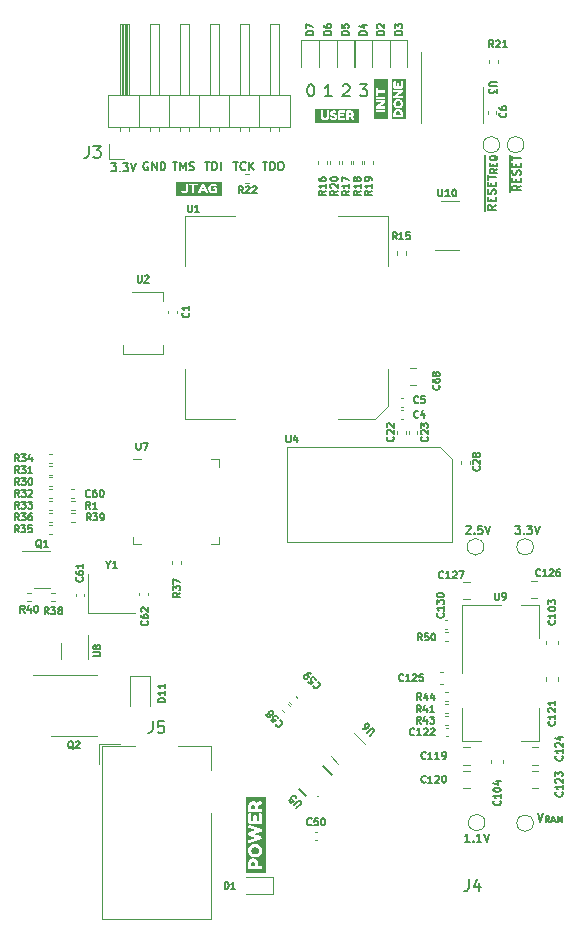
<source format=gbr>
%TF.GenerationSoftware,KiCad,Pcbnew,(6.0.0)*%
%TF.CreationDate,2022-04-21T06:05:03-07:00*%
%TF.ProjectId,ecp5u85-bse-usb,65637035-7538-4352-9d62-73652d757362,A*%
%TF.SameCoordinates,Original*%
%TF.FileFunction,Legend,Top*%
%TF.FilePolarity,Positive*%
%FSLAX46Y46*%
G04 Gerber Fmt 4.6, Leading zero omitted, Abs format (unit mm)*
G04 Created by KiCad (PCBNEW (6.0.0)) date 2022-04-21 06:05:03*
%MOMM*%
%LPD*%
G01*
G04 APERTURE LIST*
%ADD10C,0.150000*%
%ADD11C,0.200000*%
%ADD12C,0.120000*%
%ADD13C,0.010200*%
G04 APERTURE END LIST*
D10*
X227251666Y-119141666D02*
X227485000Y-119841666D01*
X227718333Y-119141666D01*
X228238333Y-119918333D02*
X228051666Y-119651666D01*
X227918333Y-119918333D02*
X227918333Y-119358333D01*
X228131666Y-119358333D01*
X228185000Y-119385000D01*
X228211666Y-119411666D01*
X228238333Y-119465000D01*
X228238333Y-119545000D01*
X228211666Y-119598333D01*
X228185000Y-119625000D01*
X228131666Y-119651666D01*
X227918333Y-119651666D01*
X228451666Y-119758333D02*
X228718333Y-119758333D01*
X228398333Y-119918333D02*
X228585000Y-119358333D01*
X228771666Y-119918333D01*
X228958333Y-119918333D02*
X228958333Y-119358333D01*
X229145000Y-119758333D01*
X229331666Y-119358333D01*
X229331666Y-119918333D01*
X196359507Y-63999666D02*
X196759507Y-63999666D01*
X196559507Y-64699666D02*
X196559507Y-63999666D01*
X196992841Y-64699666D02*
X196992841Y-63999666D01*
X197226174Y-64499666D01*
X197459507Y-63999666D01*
X197459507Y-64699666D01*
X197759507Y-64666333D02*
X197859507Y-64699666D01*
X198026174Y-64699666D01*
X198092841Y-64666333D01*
X198126174Y-64633000D01*
X198159507Y-64566333D01*
X198159507Y-64499666D01*
X198126174Y-64433000D01*
X198092841Y-64399666D01*
X198026174Y-64366333D01*
X197892841Y-64333000D01*
X197826174Y-64299666D01*
X197792841Y-64266333D01*
X197759507Y-64199666D01*
X197759507Y-64133000D01*
X197792841Y-64066333D01*
X197826174Y-64033000D01*
X197892841Y-63999666D01*
X198059507Y-63999666D01*
X198159507Y-64033000D01*
X224911841Y-66566333D02*
X224911841Y-65866333D01*
X225809507Y-65999666D02*
X225476174Y-66233000D01*
X225809507Y-66399666D02*
X225109507Y-66399666D01*
X225109507Y-66133000D01*
X225142841Y-66066333D01*
X225176174Y-66033000D01*
X225242841Y-65999666D01*
X225342841Y-65999666D01*
X225409507Y-66033000D01*
X225442841Y-66066333D01*
X225476174Y-66133000D01*
X225476174Y-66399666D01*
X224911841Y-65866333D02*
X224911841Y-65233000D01*
X225442841Y-65699666D02*
X225442841Y-65466333D01*
X225809507Y-65366333D02*
X225809507Y-65699666D01*
X225109507Y-65699666D01*
X225109507Y-65366333D01*
X224911841Y-65233000D02*
X224911841Y-64566333D01*
X225776174Y-65099666D02*
X225809507Y-64999666D01*
X225809507Y-64833000D01*
X225776174Y-64766333D01*
X225742841Y-64733000D01*
X225676174Y-64699666D01*
X225609507Y-64699666D01*
X225542841Y-64733000D01*
X225509507Y-64766333D01*
X225476174Y-64833000D01*
X225442841Y-64966333D01*
X225409507Y-65033000D01*
X225376174Y-65066333D01*
X225309507Y-65099666D01*
X225242841Y-65099666D01*
X225176174Y-65066333D01*
X225142841Y-65033000D01*
X225109507Y-64966333D01*
X225109507Y-64799666D01*
X225142841Y-64699666D01*
X224911841Y-64566333D02*
X224911841Y-63933000D01*
X225442841Y-64399666D02*
X225442841Y-64166333D01*
X225809507Y-64066333D02*
X225809507Y-64399666D01*
X225109507Y-64399666D01*
X225109507Y-64066333D01*
X224911841Y-63933000D02*
X224911841Y-63399666D01*
X225109507Y-63866333D02*
X225109507Y-63466333D01*
X225809507Y-63666333D02*
X225109507Y-63666333D01*
X194259507Y-64033000D02*
X194192841Y-63999666D01*
X194092841Y-63999666D01*
X193992841Y-64033000D01*
X193926174Y-64099666D01*
X193892841Y-64166333D01*
X193859507Y-64299666D01*
X193859507Y-64399666D01*
X193892841Y-64533000D01*
X193926174Y-64599666D01*
X193992841Y-64666333D01*
X194092841Y-64699666D01*
X194159507Y-64699666D01*
X194259507Y-64666333D01*
X194292841Y-64633000D01*
X194292841Y-64399666D01*
X194159507Y-64399666D01*
X194592841Y-64699666D02*
X194592841Y-63999666D01*
X194992841Y-64699666D01*
X194992841Y-63999666D01*
X195326174Y-64699666D02*
X195326174Y-63999666D01*
X195492841Y-63999666D01*
X195592841Y-64033000D01*
X195659507Y-64099666D01*
X195692841Y-64166333D01*
X195726174Y-64299666D01*
X195726174Y-64399666D01*
X195692841Y-64533000D01*
X195659507Y-64599666D01*
X195592841Y-64666333D01*
X195492841Y-64699666D01*
X195326174Y-64699666D01*
X221192841Y-94858333D02*
X221226174Y-94825000D01*
X221292841Y-94791666D01*
X221459507Y-94791666D01*
X221526174Y-94825000D01*
X221559507Y-94858333D01*
X221592841Y-94925000D01*
X221592841Y-94991666D01*
X221559507Y-95091666D01*
X221159507Y-95491666D01*
X221592841Y-95491666D01*
X221892841Y-95425000D02*
X221926174Y-95458333D01*
X221892841Y-95491666D01*
X221859507Y-95458333D01*
X221892841Y-95425000D01*
X221892841Y-95491666D01*
X222559507Y-94791666D02*
X222226174Y-94791666D01*
X222192841Y-95125000D01*
X222226174Y-95091666D01*
X222292841Y-95058333D01*
X222459507Y-95058333D01*
X222526174Y-95091666D01*
X222559507Y-95125000D01*
X222592841Y-95191666D01*
X222592841Y-95358333D01*
X222559507Y-95425000D01*
X222526174Y-95458333D01*
X222459507Y-95491666D01*
X222292841Y-95491666D01*
X222226174Y-95458333D01*
X222192841Y-95425000D01*
X222792841Y-94791666D02*
X223026174Y-95491666D01*
X223259507Y-94791666D01*
X201490260Y-63999666D02*
X201890260Y-63999666D01*
X201690260Y-64699666D02*
X201690260Y-63999666D01*
X202523593Y-64633000D02*
X202490260Y-64666333D01*
X202390260Y-64699666D01*
X202323593Y-64699666D01*
X202223593Y-64666333D01*
X202156926Y-64599666D01*
X202123593Y-64533000D01*
X202090260Y-64399666D01*
X202090260Y-64299666D01*
X202123593Y-64166333D01*
X202156926Y-64099666D01*
X202223593Y-64033000D01*
X202323593Y-63999666D01*
X202390260Y-63999666D01*
X202490260Y-64033000D01*
X202523593Y-64066333D01*
X202823593Y-64699666D02*
X202823593Y-63999666D01*
X203223593Y-64699666D02*
X202923593Y-64299666D01*
X203223593Y-63999666D02*
X202823593Y-64399666D01*
X225359507Y-94799666D02*
X225792841Y-94799666D01*
X225559507Y-95066333D01*
X225659507Y-95066333D01*
X225726174Y-95099666D01*
X225759507Y-95133000D01*
X225792841Y-95199666D01*
X225792841Y-95366333D01*
X225759507Y-95433000D01*
X225726174Y-95466333D01*
X225659507Y-95499666D01*
X225459507Y-95499666D01*
X225392841Y-95466333D01*
X225359507Y-95433000D01*
X226092841Y-95433000D02*
X226126174Y-95466333D01*
X226092841Y-95499666D01*
X226059507Y-95466333D01*
X226092841Y-95433000D01*
X226092841Y-95499666D01*
X226359507Y-94799666D02*
X226792841Y-94799666D01*
X226559507Y-95066333D01*
X226659507Y-95066333D01*
X226726174Y-95099666D01*
X226759507Y-95133000D01*
X226792841Y-95199666D01*
X226792841Y-95366333D01*
X226759507Y-95433000D01*
X226726174Y-95466333D01*
X226659507Y-95499666D01*
X226459507Y-95499666D01*
X226392841Y-95466333D01*
X226359507Y-95433000D01*
X226992841Y-94799666D02*
X227226174Y-95499666D01*
X227459507Y-94799666D01*
X222811841Y-68193000D02*
X222811841Y-67493000D01*
X223709507Y-67626333D02*
X223376174Y-67859666D01*
X223709507Y-68026333D02*
X223009507Y-68026333D01*
X223009507Y-67759666D01*
X223042841Y-67693000D01*
X223076174Y-67659666D01*
X223142841Y-67626333D01*
X223242841Y-67626333D01*
X223309507Y-67659666D01*
X223342841Y-67693000D01*
X223376174Y-67759666D01*
X223376174Y-68026333D01*
X222811841Y-67493000D02*
X222811841Y-66859666D01*
X223342841Y-67326333D02*
X223342841Y-67093000D01*
X223709507Y-66993000D02*
X223709507Y-67326333D01*
X223009507Y-67326333D01*
X223009507Y-66993000D01*
X222811841Y-66859666D02*
X222811841Y-66193000D01*
X223676174Y-66726333D02*
X223709507Y-66626333D01*
X223709507Y-66459666D01*
X223676174Y-66393000D01*
X223642841Y-66359666D01*
X223576174Y-66326333D01*
X223509507Y-66326333D01*
X223442841Y-66359666D01*
X223409507Y-66393000D01*
X223376174Y-66459666D01*
X223342841Y-66593000D01*
X223309507Y-66659666D01*
X223276174Y-66693000D01*
X223209507Y-66726333D01*
X223142841Y-66726333D01*
X223076174Y-66693000D01*
X223042841Y-66659666D01*
X223009507Y-66593000D01*
X223009507Y-66426333D01*
X223042841Y-66326333D01*
X222811841Y-66193000D02*
X222811841Y-65559666D01*
X223342841Y-66026333D02*
X223342841Y-65793000D01*
X223709507Y-65693000D02*
X223709507Y-66026333D01*
X223009507Y-66026333D01*
X223009507Y-65693000D01*
X222811841Y-65559666D02*
X222811841Y-65026333D01*
X223009507Y-65493000D02*
X223009507Y-65093000D01*
X223709507Y-65293000D02*
X223009507Y-65293000D01*
X222811841Y-65026333D02*
X222811841Y-64466333D01*
X223786174Y-64573000D02*
X223519507Y-64759666D01*
X223786174Y-64893000D02*
X223226174Y-64893000D01*
X223226174Y-64679666D01*
X223252841Y-64626333D01*
X223279507Y-64599666D01*
X223332841Y-64573000D01*
X223412841Y-64573000D01*
X223466174Y-64599666D01*
X223492841Y-64626333D01*
X223519507Y-64679666D01*
X223519507Y-64893000D01*
X222811841Y-64466333D02*
X222811841Y-63959666D01*
X223492841Y-64333000D02*
X223492841Y-64146333D01*
X223786174Y-64066333D02*
X223786174Y-64333000D01*
X223226174Y-64333000D01*
X223226174Y-64066333D01*
X222811841Y-63959666D02*
X222811841Y-63373000D01*
X223839507Y-63453000D02*
X223812841Y-63506333D01*
X223759507Y-63559666D01*
X223679507Y-63639666D01*
X223652841Y-63693000D01*
X223652841Y-63746333D01*
X223786174Y-63719666D02*
X223759507Y-63773000D01*
X223706174Y-63826333D01*
X223599507Y-63853000D01*
X223412841Y-63853000D01*
X223306174Y-63826333D01*
X223252841Y-63773000D01*
X223226174Y-63719666D01*
X223226174Y-63613000D01*
X223252841Y-63559666D01*
X223306174Y-63506333D01*
X223412841Y-63479666D01*
X223599507Y-63479666D01*
X223706174Y-63506333D01*
X223759507Y-63559666D01*
X223786174Y-63613000D01*
X223786174Y-63719666D01*
X221492841Y-121599666D02*
X221092841Y-121599666D01*
X221292841Y-121599666D02*
X221292841Y-120899666D01*
X221226174Y-120999666D01*
X221159507Y-121066333D01*
X221092841Y-121099666D01*
X221792841Y-121533000D02*
X221826174Y-121566333D01*
X221792841Y-121599666D01*
X221759507Y-121566333D01*
X221792841Y-121533000D01*
X221792841Y-121599666D01*
X222492841Y-121599666D02*
X222092841Y-121599666D01*
X222292841Y-121599666D02*
X222292841Y-120899666D01*
X222226174Y-120999666D01*
X222159507Y-121066333D01*
X222092841Y-121099666D01*
X222692841Y-120899666D02*
X222926174Y-121599666D01*
X223159507Y-120899666D01*
D11*
X209828555Y-58435380D02*
X209257126Y-58435380D01*
X209542841Y-58435380D02*
X209542841Y-57435380D01*
X209447602Y-57578238D01*
X209352364Y-57673476D01*
X209257126Y-57721095D01*
D10*
X203976174Y-63999666D02*
X204376174Y-63999666D01*
X204176174Y-64699666D02*
X204176174Y-63999666D01*
X204609507Y-64699666D02*
X204609507Y-63999666D01*
X204776174Y-63999666D01*
X204876174Y-64033000D01*
X204942841Y-64099666D01*
X204976174Y-64166333D01*
X205009507Y-64299666D01*
X205009507Y-64399666D01*
X204976174Y-64533000D01*
X204942841Y-64599666D01*
X204876174Y-64666333D01*
X204776174Y-64699666D01*
X204609507Y-64699666D01*
X205442841Y-63999666D02*
X205576174Y-63999666D01*
X205642841Y-64033000D01*
X205709507Y-64099666D01*
X205742841Y-64233000D01*
X205742841Y-64466333D01*
X205709507Y-64599666D01*
X205642841Y-64666333D01*
X205576174Y-64699666D01*
X205442841Y-64699666D01*
X205376174Y-64666333D01*
X205309507Y-64599666D01*
X205276174Y-64466333D01*
X205276174Y-64233000D01*
X205309507Y-64099666D01*
X205376174Y-64033000D01*
X205442841Y-63999666D01*
X199076174Y-63999666D02*
X199476174Y-63999666D01*
X199276174Y-64699666D02*
X199276174Y-63999666D01*
X199709507Y-64699666D02*
X199709507Y-63999666D01*
X199876174Y-63999666D01*
X199976174Y-64033000D01*
X200042841Y-64099666D01*
X200076174Y-64166333D01*
X200109507Y-64299666D01*
X200109507Y-64399666D01*
X200076174Y-64533000D01*
X200042841Y-64599666D01*
X199976174Y-64666333D01*
X199876174Y-64699666D01*
X199709507Y-64699666D01*
X200409507Y-64699666D02*
X200409507Y-63999666D01*
D11*
X207995221Y-57435380D02*
X208090460Y-57435380D01*
X208185698Y-57483000D01*
X208233317Y-57530619D01*
X208280936Y-57625857D01*
X208328555Y-57816333D01*
X208328555Y-58054428D01*
X208280936Y-58244904D01*
X208233317Y-58340142D01*
X208185698Y-58387761D01*
X208090460Y-58435380D01*
X207995221Y-58435380D01*
X207899983Y-58387761D01*
X207852364Y-58340142D01*
X207804745Y-58244904D01*
X207757126Y-58054428D01*
X207757126Y-57816333D01*
X207804745Y-57625857D01*
X207852364Y-57530619D01*
X207899983Y-57483000D01*
X207995221Y-57435380D01*
D10*
X191159507Y-64099666D02*
X191592841Y-64099666D01*
X191359507Y-64366333D01*
X191459507Y-64366333D01*
X191526174Y-64399666D01*
X191559507Y-64433000D01*
X191592841Y-64499666D01*
X191592841Y-64666333D01*
X191559507Y-64733000D01*
X191526174Y-64766333D01*
X191459507Y-64799666D01*
X191259507Y-64799666D01*
X191192841Y-64766333D01*
X191159507Y-64733000D01*
X191892841Y-64733000D02*
X191926174Y-64766333D01*
X191892841Y-64799666D01*
X191859507Y-64766333D01*
X191892841Y-64733000D01*
X191892841Y-64799666D01*
X192159507Y-64099666D02*
X192592841Y-64099666D01*
X192359507Y-64366333D01*
X192459507Y-64366333D01*
X192526174Y-64399666D01*
X192559507Y-64433000D01*
X192592841Y-64499666D01*
X192592841Y-64666333D01*
X192559507Y-64733000D01*
X192526174Y-64766333D01*
X192459507Y-64799666D01*
X192259507Y-64799666D01*
X192192841Y-64766333D01*
X192159507Y-64733000D01*
X192792841Y-64099666D02*
X193026174Y-64799666D01*
X193259507Y-64099666D01*
D11*
X210757126Y-57530619D02*
X210804745Y-57483000D01*
X210899983Y-57435380D01*
X211138079Y-57435380D01*
X211233317Y-57483000D01*
X211280936Y-57530619D01*
X211328555Y-57625857D01*
X211328555Y-57721095D01*
X211280936Y-57863952D01*
X210709507Y-58435380D01*
X211328555Y-58435380D01*
X212209507Y-57435380D02*
X212828555Y-57435380D01*
X212495221Y-57816333D01*
X212638079Y-57816333D01*
X212733317Y-57863952D01*
X212780936Y-57911571D01*
X212828555Y-58006809D01*
X212828555Y-58244904D01*
X212780936Y-58340142D01*
X212733317Y-58387761D01*
X212638079Y-58435380D01*
X212352364Y-58435380D01*
X212257126Y-58387761D01*
X212209507Y-58340142D01*
D10*
%TO.C,D6*%
X209764269Y-53225857D02*
X209164269Y-53225857D01*
X209164269Y-53083000D01*
X209192841Y-52997285D01*
X209249983Y-52940142D01*
X209307126Y-52911571D01*
X209421412Y-52883000D01*
X209507126Y-52883000D01*
X209621412Y-52911571D01*
X209678555Y-52940142D01*
X209735698Y-52997285D01*
X209764269Y-53083000D01*
X209764269Y-53225857D01*
X209164269Y-52368714D02*
X209164269Y-52483000D01*
X209192841Y-52540142D01*
X209221412Y-52568714D01*
X209307126Y-52625857D01*
X209421412Y-52654428D01*
X209649983Y-52654428D01*
X209707126Y-52625857D01*
X209735698Y-52597285D01*
X209764269Y-52540142D01*
X209764269Y-52425857D01*
X209735698Y-52368714D01*
X209707126Y-52340142D01*
X209649983Y-52311571D01*
X209507126Y-52311571D01*
X209449983Y-52340142D01*
X209421412Y-52368714D01*
X209392841Y-52425857D01*
X209392841Y-52540142D01*
X209421412Y-52597285D01*
X209449983Y-52625857D01*
X209507126Y-52654428D01*
%TO.C,C61*%
X188714285Y-99160714D02*
X188742857Y-99189285D01*
X188771428Y-99275000D01*
X188771428Y-99332142D01*
X188742857Y-99417857D01*
X188685714Y-99475000D01*
X188628571Y-99503571D01*
X188514285Y-99532142D01*
X188428571Y-99532142D01*
X188314285Y-99503571D01*
X188257142Y-99475000D01*
X188200000Y-99417857D01*
X188171428Y-99332142D01*
X188171428Y-99275000D01*
X188200000Y-99189285D01*
X188228571Y-99160714D01*
X188171428Y-98646428D02*
X188171428Y-98760714D01*
X188200000Y-98817857D01*
X188228571Y-98846428D01*
X188314285Y-98903571D01*
X188428571Y-98932142D01*
X188657142Y-98932142D01*
X188714285Y-98903571D01*
X188742857Y-98875000D01*
X188771428Y-98817857D01*
X188771428Y-98703571D01*
X188742857Y-98646428D01*
X188714285Y-98617857D01*
X188657142Y-98589285D01*
X188514285Y-98589285D01*
X188457142Y-98617857D01*
X188428571Y-98646428D01*
X188400000Y-98703571D01*
X188400000Y-98817857D01*
X188428571Y-98875000D01*
X188457142Y-98903571D01*
X188514285Y-98932142D01*
X188771428Y-98017857D02*
X188771428Y-98360714D01*
X188771428Y-98189285D02*
X188171428Y-98189285D01*
X188257142Y-98246428D01*
X188314285Y-98303571D01*
X188342857Y-98360714D01*
%TO.C,C68*%
X218907126Y-82918714D02*
X218935698Y-82947285D01*
X218964269Y-83033000D01*
X218964269Y-83090142D01*
X218935698Y-83175857D01*
X218878555Y-83233000D01*
X218821412Y-83261571D01*
X218707126Y-83290142D01*
X218621412Y-83290142D01*
X218507126Y-83261571D01*
X218449983Y-83233000D01*
X218392841Y-83175857D01*
X218364269Y-83090142D01*
X218364269Y-83033000D01*
X218392841Y-82947285D01*
X218421412Y-82918714D01*
X218364269Y-82404428D02*
X218364269Y-82518714D01*
X218392841Y-82575857D01*
X218421412Y-82604428D01*
X218507126Y-82661571D01*
X218621412Y-82690142D01*
X218849983Y-82690142D01*
X218907126Y-82661571D01*
X218935698Y-82633000D01*
X218964269Y-82575857D01*
X218964269Y-82461571D01*
X218935698Y-82404428D01*
X218907126Y-82375857D01*
X218849983Y-82347285D01*
X218707126Y-82347285D01*
X218649983Y-82375857D01*
X218621412Y-82404428D01*
X218592841Y-82461571D01*
X218592841Y-82575857D01*
X218621412Y-82633000D01*
X218649983Y-82661571D01*
X218707126Y-82690142D01*
X218621412Y-82004428D02*
X218592841Y-82061571D01*
X218564269Y-82090142D01*
X218507126Y-82118714D01*
X218478555Y-82118714D01*
X218421412Y-82090142D01*
X218392841Y-82061571D01*
X218364269Y-82004428D01*
X218364269Y-81890142D01*
X218392841Y-81833000D01*
X218421412Y-81804428D01*
X218478555Y-81775857D01*
X218507126Y-81775857D01*
X218564269Y-81804428D01*
X218592841Y-81833000D01*
X218621412Y-81890142D01*
X218621412Y-82004428D01*
X218649983Y-82061571D01*
X218678555Y-82090142D01*
X218735698Y-82118714D01*
X218849983Y-82118714D01*
X218907126Y-82090142D01*
X218935698Y-82061571D01*
X218964269Y-82004428D01*
X218964269Y-81890142D01*
X218935698Y-81833000D01*
X218907126Y-81804428D01*
X218849983Y-81775857D01*
X218735698Y-81775857D01*
X218678555Y-81804428D01*
X218649983Y-81833000D01*
X218621412Y-81890142D01*
%TO.C,C130*%
X219257126Y-102204428D02*
X219285698Y-102233000D01*
X219314269Y-102318714D01*
X219314269Y-102375857D01*
X219285698Y-102461571D01*
X219228555Y-102518714D01*
X219171412Y-102547285D01*
X219057126Y-102575857D01*
X218971412Y-102575857D01*
X218857126Y-102547285D01*
X218799983Y-102518714D01*
X218742841Y-102461571D01*
X218714269Y-102375857D01*
X218714269Y-102318714D01*
X218742841Y-102233000D01*
X218771412Y-102204428D01*
X219314269Y-101633000D02*
X219314269Y-101975857D01*
X219314269Y-101804428D02*
X218714269Y-101804428D01*
X218799983Y-101861571D01*
X218857126Y-101918714D01*
X218885698Y-101975857D01*
X218714269Y-101433000D02*
X218714269Y-101061571D01*
X218942841Y-101261571D01*
X218942841Y-101175857D01*
X218971412Y-101118714D01*
X218999983Y-101090142D01*
X219057126Y-101061571D01*
X219199983Y-101061571D01*
X219257126Y-101090142D01*
X219285698Y-101118714D01*
X219314269Y-101175857D01*
X219314269Y-101347285D01*
X219285698Y-101404428D01*
X219257126Y-101433000D01*
X218714269Y-100690142D02*
X218714269Y-100633000D01*
X218742841Y-100575857D01*
X218771412Y-100547285D01*
X218828555Y-100518714D01*
X218942841Y-100490142D01*
X219085698Y-100490142D01*
X219199983Y-100518714D01*
X219257126Y-100547285D01*
X219285698Y-100575857D01*
X219314269Y-100633000D01*
X219314269Y-100690142D01*
X219285698Y-100747285D01*
X219257126Y-100775857D01*
X219199983Y-100804428D01*
X219085698Y-100833000D01*
X218942841Y-100833000D01*
X218828555Y-100804428D01*
X218771412Y-100775857D01*
X218742841Y-100747285D01*
X218714269Y-100690142D01*
%TO.C,Y1*%
X190914285Y-98110714D02*
X190914285Y-98396428D01*
X190714285Y-97796428D02*
X190914285Y-98110714D01*
X191114285Y-97796428D01*
X191628571Y-98396428D02*
X191285714Y-98396428D01*
X191457142Y-98396428D02*
X191457142Y-97796428D01*
X191400000Y-97882142D01*
X191342857Y-97939285D01*
X191285714Y-97967857D01*
%TO.C,R50*%
X217457126Y-104504428D02*
X217257126Y-104218714D01*
X217114269Y-104504428D02*
X217114269Y-103904428D01*
X217342841Y-103904428D01*
X217399983Y-103933000D01*
X217428555Y-103961571D01*
X217457126Y-104018714D01*
X217457126Y-104104428D01*
X217428555Y-104161571D01*
X217399983Y-104190142D01*
X217342841Y-104218714D01*
X217114269Y-104218714D01*
X217999983Y-103904428D02*
X217714269Y-103904428D01*
X217685698Y-104190142D01*
X217714269Y-104161571D01*
X217771412Y-104133000D01*
X217914269Y-104133000D01*
X217971412Y-104161571D01*
X217999983Y-104190142D01*
X218028555Y-104247285D01*
X218028555Y-104390142D01*
X217999983Y-104447285D01*
X217971412Y-104475857D01*
X217914269Y-104504428D01*
X217771412Y-104504428D01*
X217714269Y-104475857D01*
X217685698Y-104447285D01*
X218399983Y-103904428D02*
X218457126Y-103904428D01*
X218514269Y-103933000D01*
X218542841Y-103961571D01*
X218571412Y-104018714D01*
X218599983Y-104133000D01*
X218599983Y-104275857D01*
X218571412Y-104390142D01*
X218542841Y-104447285D01*
X218514269Y-104475857D01*
X218457126Y-104504428D01*
X218399983Y-104504428D01*
X218342841Y-104475857D01*
X218314269Y-104447285D01*
X218285698Y-104390142D01*
X218257126Y-104275857D01*
X218257126Y-104133000D01*
X218285698Y-104018714D01*
X218314269Y-103961571D01*
X218342841Y-103933000D01*
X218399983Y-103904428D01*
%TO.C,C5*%
X217142841Y-84347285D02*
X217114269Y-84375857D01*
X217028555Y-84404428D01*
X216971412Y-84404428D01*
X216885698Y-84375857D01*
X216828555Y-84318714D01*
X216799983Y-84261571D01*
X216771412Y-84147285D01*
X216771412Y-84061571D01*
X216799983Y-83947285D01*
X216828555Y-83890142D01*
X216885698Y-83833000D01*
X216971412Y-83804428D01*
X217028555Y-83804428D01*
X217114269Y-83833000D01*
X217142841Y-83861571D01*
X217685698Y-83804428D02*
X217399983Y-83804428D01*
X217371412Y-84090142D01*
X217399983Y-84061571D01*
X217457126Y-84033000D01*
X217599983Y-84033000D01*
X217657126Y-84061571D01*
X217685698Y-84090142D01*
X217714269Y-84147285D01*
X217714269Y-84290142D01*
X217685698Y-84347285D01*
X217657126Y-84375857D01*
X217599983Y-84404428D01*
X217457126Y-84404428D01*
X217399983Y-84375857D01*
X217371412Y-84347285D01*
%TO.C,C123*%
X229307126Y-117354428D02*
X229335698Y-117383000D01*
X229364269Y-117468714D01*
X229364269Y-117525857D01*
X229335698Y-117611571D01*
X229278555Y-117668714D01*
X229221412Y-117697285D01*
X229107126Y-117725857D01*
X229021412Y-117725857D01*
X228907126Y-117697285D01*
X228849983Y-117668714D01*
X228792841Y-117611571D01*
X228764269Y-117525857D01*
X228764269Y-117468714D01*
X228792841Y-117383000D01*
X228821412Y-117354428D01*
X229364269Y-116783000D02*
X229364269Y-117125857D01*
X229364269Y-116954428D02*
X228764269Y-116954428D01*
X228849983Y-117011571D01*
X228907126Y-117068714D01*
X228935698Y-117125857D01*
X228821412Y-116554428D02*
X228792841Y-116525857D01*
X228764269Y-116468714D01*
X228764269Y-116325857D01*
X228792841Y-116268714D01*
X228821412Y-116240142D01*
X228878555Y-116211571D01*
X228935698Y-116211571D01*
X229021412Y-116240142D01*
X229364269Y-116583000D01*
X229364269Y-116211571D01*
X228764269Y-116011571D02*
X228764269Y-115640142D01*
X228992841Y-115840142D01*
X228992841Y-115754428D01*
X229021412Y-115697285D01*
X229049983Y-115668714D01*
X229107126Y-115640142D01*
X229249983Y-115640142D01*
X229307126Y-115668714D01*
X229335698Y-115697285D01*
X229364269Y-115754428D01*
X229364269Y-115925857D01*
X229335698Y-115983000D01*
X229307126Y-116011571D01*
%TO.C,R16*%
X209314269Y-66418714D02*
X209028555Y-66618714D01*
X209314269Y-66761571D02*
X208714269Y-66761571D01*
X208714269Y-66533000D01*
X208742841Y-66475857D01*
X208771412Y-66447285D01*
X208828555Y-66418714D01*
X208914269Y-66418714D01*
X208971412Y-66447285D01*
X208999983Y-66475857D01*
X209028555Y-66533000D01*
X209028555Y-66761571D01*
X209314269Y-65847285D02*
X209314269Y-66190142D01*
X209314269Y-66018714D02*
X208714269Y-66018714D01*
X208799983Y-66075857D01*
X208857126Y-66133000D01*
X208885698Y-66190142D01*
X208714269Y-65333000D02*
X208714269Y-65447285D01*
X208742841Y-65504428D01*
X208771412Y-65533000D01*
X208857126Y-65590142D01*
X208971412Y-65618714D01*
X209199983Y-65618714D01*
X209257126Y-65590142D01*
X209285698Y-65561571D01*
X209314269Y-65504428D01*
X209314269Y-65390142D01*
X209285698Y-65333000D01*
X209257126Y-65304428D01*
X209199983Y-65275857D01*
X209057126Y-65275857D01*
X208999983Y-65304428D01*
X208971412Y-65333000D01*
X208942841Y-65390142D01*
X208942841Y-65504428D01*
X208971412Y-65561571D01*
X208999983Y-65590142D01*
X209057126Y-65618714D01*
%TO.C,U6*%
X213050913Y-112560583D02*
X213394365Y-112217132D01*
X213414568Y-112156522D01*
X213414568Y-112116116D01*
X213394365Y-112055507D01*
X213313553Y-111974695D01*
X213252944Y-111954492D01*
X213212538Y-111954492D01*
X213151928Y-111974695D01*
X212808477Y-112318147D01*
X212424619Y-111934289D02*
X212505431Y-112015101D01*
X212566040Y-112035304D01*
X212606446Y-112035304D01*
X212707461Y-112015101D01*
X212808477Y-111954492D01*
X212970101Y-111792867D01*
X212990304Y-111732258D01*
X212990304Y-111691852D01*
X212970101Y-111631243D01*
X212889289Y-111550431D01*
X212828680Y-111530228D01*
X212788274Y-111530228D01*
X212727664Y-111550431D01*
X212626649Y-111651446D01*
X212606446Y-111712055D01*
X212606446Y-111752461D01*
X212626649Y-111813071D01*
X212707461Y-111893883D01*
X212768071Y-111914086D01*
X212808477Y-111914086D01*
X212869086Y-111893883D01*
%TO.C,R37*%
X196964269Y-100468714D02*
X196678555Y-100668714D01*
X196964269Y-100811571D02*
X196364269Y-100811571D01*
X196364269Y-100583000D01*
X196392841Y-100525857D01*
X196421412Y-100497285D01*
X196478555Y-100468714D01*
X196564269Y-100468714D01*
X196621412Y-100497285D01*
X196649983Y-100525857D01*
X196678555Y-100583000D01*
X196678555Y-100811571D01*
X196364269Y-100268714D02*
X196364269Y-99897285D01*
X196592841Y-100097285D01*
X196592841Y-100011571D01*
X196621412Y-99954428D01*
X196649983Y-99925857D01*
X196707126Y-99897285D01*
X196849983Y-99897285D01*
X196907126Y-99925857D01*
X196935698Y-99954428D01*
X196964269Y-100011571D01*
X196964269Y-100183000D01*
X196935698Y-100240142D01*
X196907126Y-100268714D01*
X196364269Y-99697285D02*
X196364269Y-99297285D01*
X196964269Y-99554428D01*
%TO.C,U4*%
X205985698Y-87104428D02*
X205985698Y-87590142D01*
X206014269Y-87647285D01*
X206042841Y-87675857D01*
X206099983Y-87704428D01*
X206214269Y-87704428D01*
X206271412Y-87675857D01*
X206299983Y-87647285D01*
X206328555Y-87590142D01*
X206328555Y-87104428D01*
X206871412Y-87304428D02*
X206871412Y-87704428D01*
X206728555Y-87075857D02*
X206585698Y-87504428D01*
X206957126Y-87504428D01*
%TO.C,U9*%
X223635698Y-100454428D02*
X223635698Y-100940142D01*
X223664269Y-100997285D01*
X223692841Y-101025857D01*
X223749983Y-101054428D01*
X223864269Y-101054428D01*
X223921412Y-101025857D01*
X223949983Y-100997285D01*
X223978555Y-100940142D01*
X223978555Y-100454428D01*
X224292841Y-101054428D02*
X224407126Y-101054428D01*
X224464269Y-101025857D01*
X224492841Y-100997285D01*
X224549983Y-100911571D01*
X224578555Y-100797285D01*
X224578555Y-100568714D01*
X224549983Y-100511571D01*
X224521412Y-100483000D01*
X224464269Y-100454428D01*
X224349983Y-100454428D01*
X224292841Y-100483000D01*
X224264269Y-100511571D01*
X224235698Y-100568714D01*
X224235698Y-100711571D01*
X224264269Y-100768714D01*
X224292841Y-100797285D01*
X224349983Y-100825857D01*
X224464269Y-100825857D01*
X224521412Y-100797285D01*
X224549983Y-100768714D01*
X224578555Y-100711571D01*
%TO.C,D11*%
X195714269Y-109711571D02*
X195114269Y-109711571D01*
X195114269Y-109568714D01*
X195142841Y-109483000D01*
X195199983Y-109425857D01*
X195257126Y-109397285D01*
X195371412Y-109368714D01*
X195457126Y-109368714D01*
X195571412Y-109397285D01*
X195628555Y-109425857D01*
X195685698Y-109483000D01*
X195714269Y-109568714D01*
X195714269Y-109711571D01*
X195714269Y-108797285D02*
X195714269Y-109140142D01*
X195714269Y-108968714D02*
X195114269Y-108968714D01*
X195199983Y-109025857D01*
X195257126Y-109083000D01*
X195285698Y-109140142D01*
X195714269Y-108225857D02*
X195714269Y-108568714D01*
X195714269Y-108397285D02*
X195114269Y-108397285D01*
X195199983Y-108454428D01*
X195257126Y-108511571D01*
X195285698Y-108568714D01*
%TO.C,R30*%
X183335499Y-91354428D02*
X183135499Y-91068714D01*
X182992642Y-91354428D02*
X182992642Y-90754428D01*
X183221214Y-90754428D01*
X183278356Y-90783000D01*
X183306928Y-90811571D01*
X183335499Y-90868714D01*
X183335499Y-90954428D01*
X183306928Y-91011571D01*
X183278356Y-91040142D01*
X183221214Y-91068714D01*
X182992642Y-91068714D01*
X183535499Y-90754428D02*
X183906928Y-90754428D01*
X183706928Y-90983000D01*
X183792642Y-90983000D01*
X183849785Y-91011571D01*
X183878356Y-91040142D01*
X183906928Y-91097285D01*
X183906928Y-91240142D01*
X183878356Y-91297285D01*
X183849785Y-91325857D01*
X183792642Y-91354428D01*
X183621214Y-91354428D01*
X183564071Y-91325857D01*
X183535499Y-91297285D01*
X184278356Y-90754428D02*
X184335499Y-90754428D01*
X184392642Y-90783000D01*
X184421214Y-90811571D01*
X184449785Y-90868714D01*
X184478356Y-90983000D01*
X184478356Y-91125857D01*
X184449785Y-91240142D01*
X184421214Y-91297285D01*
X184392642Y-91325857D01*
X184335499Y-91354428D01*
X184278356Y-91354428D01*
X184221214Y-91325857D01*
X184192642Y-91297285D01*
X184164071Y-91240142D01*
X184135499Y-91125857D01*
X184135499Y-90983000D01*
X184164071Y-90868714D01*
X184192642Y-90811571D01*
X184221214Y-90783000D01*
X184278356Y-90754428D01*
%TO.C,C58*%
X205417105Y-111254218D02*
X205457511Y-111254218D01*
X205538323Y-111294624D01*
X205578729Y-111335030D01*
X205619135Y-111415842D01*
X205619135Y-111496654D01*
X205598932Y-111557264D01*
X205538323Y-111658279D01*
X205477714Y-111718888D01*
X205376698Y-111779497D01*
X205316089Y-111799700D01*
X205235277Y-111799700D01*
X205154465Y-111759294D01*
X205114059Y-111718888D01*
X205073653Y-111638076D01*
X205073653Y-111597670D01*
X204649389Y-111254218D02*
X204851419Y-111456248D01*
X205073653Y-111274421D01*
X205033247Y-111274421D01*
X204972637Y-111254218D01*
X204871622Y-111153203D01*
X204851419Y-111092593D01*
X204851419Y-111052187D01*
X204871622Y-110991578D01*
X204972637Y-110890563D01*
X205033247Y-110870360D01*
X205073653Y-110870360D01*
X205134262Y-110890563D01*
X205235277Y-110991578D01*
X205255480Y-111052187D01*
X205255480Y-111092593D01*
X204568576Y-110809751D02*
X204588779Y-110870360D01*
X204588779Y-110910766D01*
X204568576Y-110971375D01*
X204548373Y-110991578D01*
X204487764Y-111011781D01*
X204447358Y-111011781D01*
X204386749Y-110991578D01*
X204305937Y-110910766D01*
X204285734Y-110850157D01*
X204285734Y-110809751D01*
X204305937Y-110749142D01*
X204326140Y-110728938D01*
X204386749Y-110708735D01*
X204427155Y-110708735D01*
X204487764Y-110728938D01*
X204568576Y-110809751D01*
X204629186Y-110829954D01*
X204669592Y-110829954D01*
X204730201Y-110809751D01*
X204811013Y-110728938D01*
X204831216Y-110668329D01*
X204831216Y-110627923D01*
X204811013Y-110567314D01*
X204730201Y-110486502D01*
X204669592Y-110466299D01*
X204629186Y-110466299D01*
X204568576Y-110486502D01*
X204487764Y-110567314D01*
X204467561Y-110627923D01*
X204467561Y-110668329D01*
X204487764Y-110728938D01*
%TO.C,R39*%
X189407126Y-94354428D02*
X189207126Y-94068714D01*
X189064269Y-94354428D02*
X189064269Y-93754428D01*
X189292841Y-93754428D01*
X189349983Y-93783000D01*
X189378555Y-93811571D01*
X189407126Y-93868714D01*
X189407126Y-93954428D01*
X189378555Y-94011571D01*
X189349983Y-94040142D01*
X189292841Y-94068714D01*
X189064269Y-94068714D01*
X189607126Y-93754428D02*
X189978555Y-93754428D01*
X189778555Y-93983000D01*
X189864269Y-93983000D01*
X189921412Y-94011571D01*
X189949983Y-94040142D01*
X189978555Y-94097285D01*
X189978555Y-94240142D01*
X189949983Y-94297285D01*
X189921412Y-94325857D01*
X189864269Y-94354428D01*
X189692841Y-94354428D01*
X189635698Y-94325857D01*
X189607126Y-94297285D01*
X190264269Y-94354428D02*
X190378555Y-94354428D01*
X190435698Y-94325857D01*
X190464269Y-94297285D01*
X190521412Y-94211571D01*
X190549983Y-94097285D01*
X190549983Y-93868714D01*
X190521412Y-93811571D01*
X190492841Y-93783000D01*
X190435698Y-93754428D01*
X190321412Y-93754428D01*
X190264269Y-93783000D01*
X190235698Y-93811571D01*
X190207126Y-93868714D01*
X190207126Y-94011571D01*
X190235698Y-94068714D01*
X190264269Y-94097285D01*
X190321412Y-94125857D01*
X190435698Y-94125857D01*
X190492841Y-94097285D01*
X190521412Y-94068714D01*
X190549983Y-94011571D01*
%TO.C,C1*%
X197717126Y-76783000D02*
X197745698Y-76811571D01*
X197774269Y-76897285D01*
X197774269Y-76954428D01*
X197745698Y-77040142D01*
X197688555Y-77097285D01*
X197631412Y-77125857D01*
X197517126Y-77154428D01*
X197431412Y-77154428D01*
X197317126Y-77125857D01*
X197259983Y-77097285D01*
X197202841Y-77040142D01*
X197174269Y-76954428D01*
X197174269Y-76897285D01*
X197202841Y-76811571D01*
X197231412Y-76783000D01*
X197774269Y-76211571D02*
X197774269Y-76554428D01*
X197774269Y-76383000D02*
X197174269Y-76383000D01*
X197259983Y-76440142D01*
X197317126Y-76497285D01*
X197345698Y-76554428D01*
%TO.C,C124*%
X229307126Y-114304428D02*
X229335698Y-114333000D01*
X229364269Y-114418714D01*
X229364269Y-114475857D01*
X229335698Y-114561571D01*
X229278555Y-114618714D01*
X229221412Y-114647285D01*
X229107126Y-114675857D01*
X229021412Y-114675857D01*
X228907126Y-114647285D01*
X228849983Y-114618714D01*
X228792841Y-114561571D01*
X228764269Y-114475857D01*
X228764269Y-114418714D01*
X228792841Y-114333000D01*
X228821412Y-114304428D01*
X229364269Y-113733000D02*
X229364269Y-114075857D01*
X229364269Y-113904428D02*
X228764269Y-113904428D01*
X228849983Y-113961571D01*
X228907126Y-114018714D01*
X228935698Y-114075857D01*
X228821412Y-113504428D02*
X228792841Y-113475857D01*
X228764269Y-113418714D01*
X228764269Y-113275857D01*
X228792841Y-113218714D01*
X228821412Y-113190142D01*
X228878555Y-113161571D01*
X228935698Y-113161571D01*
X229021412Y-113190142D01*
X229364269Y-113533000D01*
X229364269Y-113161571D01*
X228964269Y-112647285D02*
X229364269Y-112647285D01*
X228735698Y-112790142D02*
X229164269Y-112933000D01*
X229164269Y-112561571D01*
%TO.C,R40*%
X183807126Y-102154428D02*
X183607126Y-101868714D01*
X183464269Y-102154428D02*
X183464269Y-101554428D01*
X183692841Y-101554428D01*
X183749983Y-101583000D01*
X183778555Y-101611571D01*
X183807126Y-101668714D01*
X183807126Y-101754428D01*
X183778555Y-101811571D01*
X183749983Y-101840142D01*
X183692841Y-101868714D01*
X183464269Y-101868714D01*
X184321412Y-101754428D02*
X184321412Y-102154428D01*
X184178555Y-101525857D02*
X184035698Y-101954428D01*
X184407126Y-101954428D01*
X184749983Y-101554428D02*
X184807126Y-101554428D01*
X184864269Y-101583000D01*
X184892841Y-101611571D01*
X184921412Y-101668714D01*
X184949983Y-101783000D01*
X184949983Y-101925857D01*
X184921412Y-102040142D01*
X184892841Y-102097285D01*
X184864269Y-102125857D01*
X184807126Y-102154428D01*
X184749983Y-102154428D01*
X184692841Y-102125857D01*
X184664269Y-102097285D01*
X184635698Y-102040142D01*
X184607126Y-101925857D01*
X184607126Y-101783000D01*
X184635698Y-101668714D01*
X184664269Y-101611571D01*
X184692841Y-101583000D01*
X184749983Y-101554428D01*
%TO.C,U8*%
X189639269Y-105825142D02*
X190124983Y-105825142D01*
X190182126Y-105796571D01*
X190210698Y-105768000D01*
X190239269Y-105710857D01*
X190239269Y-105596571D01*
X190210698Y-105539428D01*
X190182126Y-105510857D01*
X190124983Y-105482285D01*
X189639269Y-105482285D01*
X189896412Y-105110857D02*
X189867841Y-105168000D01*
X189839269Y-105196571D01*
X189782126Y-105225142D01*
X189753555Y-105225142D01*
X189696412Y-105196571D01*
X189667841Y-105168000D01*
X189639269Y-105110857D01*
X189639269Y-104996571D01*
X189667841Y-104939428D01*
X189696412Y-104910857D01*
X189753555Y-104882285D01*
X189782126Y-104882285D01*
X189839269Y-104910857D01*
X189867841Y-104939428D01*
X189896412Y-104996571D01*
X189896412Y-105110857D01*
X189924983Y-105168000D01*
X189953555Y-105196571D01*
X190010698Y-105225142D01*
X190124983Y-105225142D01*
X190182126Y-105196571D01*
X190210698Y-105168000D01*
X190239269Y-105110857D01*
X190239269Y-104996571D01*
X190210698Y-104939428D01*
X190182126Y-104910857D01*
X190124983Y-104882285D01*
X190010698Y-104882285D01*
X189953555Y-104910857D01*
X189924983Y-104939428D01*
X189896412Y-104996571D01*
%TO.C,C23*%
X217907126Y-87268714D02*
X217935698Y-87297285D01*
X217964269Y-87383000D01*
X217964269Y-87440142D01*
X217935698Y-87525857D01*
X217878555Y-87583000D01*
X217821412Y-87611571D01*
X217707126Y-87640142D01*
X217621412Y-87640142D01*
X217507126Y-87611571D01*
X217449983Y-87583000D01*
X217392841Y-87525857D01*
X217364269Y-87440142D01*
X217364269Y-87383000D01*
X217392841Y-87297285D01*
X217421412Y-87268714D01*
X217421412Y-87040142D02*
X217392841Y-87011571D01*
X217364269Y-86954428D01*
X217364269Y-86811571D01*
X217392841Y-86754428D01*
X217421412Y-86725857D01*
X217478555Y-86697285D01*
X217535698Y-86697285D01*
X217621412Y-86725857D01*
X217964269Y-87068714D01*
X217964269Y-86697285D01*
X217364269Y-86497285D02*
X217364269Y-86125857D01*
X217592841Y-86325857D01*
X217592841Y-86240142D01*
X217621412Y-86183000D01*
X217649983Y-86154428D01*
X217707126Y-86125857D01*
X217849983Y-86125857D01*
X217907126Y-86154428D01*
X217935698Y-86183000D01*
X217964269Y-86240142D01*
X217964269Y-86411571D01*
X217935698Y-86468714D01*
X217907126Y-86497285D01*
%TO.C,C59*%
X208617105Y-108004218D02*
X208657511Y-108004218D01*
X208738323Y-108044624D01*
X208778729Y-108085030D01*
X208819135Y-108165842D01*
X208819135Y-108246654D01*
X208798932Y-108307264D01*
X208738323Y-108408279D01*
X208677714Y-108468888D01*
X208576698Y-108529497D01*
X208516089Y-108549700D01*
X208435277Y-108549700D01*
X208354465Y-108509294D01*
X208314059Y-108468888D01*
X208273653Y-108388076D01*
X208273653Y-108347670D01*
X207849389Y-108004218D02*
X208051419Y-108206248D01*
X208273653Y-108024421D01*
X208233247Y-108024421D01*
X208172637Y-108004218D01*
X208071622Y-107903203D01*
X208051419Y-107842593D01*
X208051419Y-107802187D01*
X208071622Y-107741578D01*
X208172637Y-107640563D01*
X208233247Y-107620360D01*
X208273653Y-107620360D01*
X208334262Y-107640563D01*
X208435277Y-107741578D01*
X208455480Y-107802187D01*
X208455480Y-107842593D01*
X208051419Y-107357720D02*
X207970607Y-107276908D01*
X207909998Y-107256705D01*
X207869592Y-107256705D01*
X207768576Y-107276908D01*
X207667561Y-107337517D01*
X207505937Y-107499142D01*
X207485734Y-107559751D01*
X207485734Y-107600157D01*
X207505937Y-107660766D01*
X207586749Y-107741578D01*
X207647358Y-107761781D01*
X207687764Y-107761781D01*
X207748373Y-107741578D01*
X207849389Y-107640563D01*
X207869592Y-107579954D01*
X207869592Y-107539548D01*
X207849389Y-107478938D01*
X207768576Y-107398126D01*
X207707967Y-107377923D01*
X207667561Y-107377923D01*
X207606952Y-107398126D01*
%TO.C,D2*%
X214264269Y-53225857D02*
X213664269Y-53225857D01*
X213664269Y-53083000D01*
X213692841Y-52997285D01*
X213749983Y-52940142D01*
X213807126Y-52911571D01*
X213921412Y-52883000D01*
X214007126Y-52883000D01*
X214121412Y-52911571D01*
X214178555Y-52940142D01*
X214235698Y-52997285D01*
X214264269Y-53083000D01*
X214264269Y-53225857D01*
X213721412Y-52654428D02*
X213692841Y-52625857D01*
X213664269Y-52568714D01*
X213664269Y-52425857D01*
X213692841Y-52368714D01*
X213721412Y-52340142D01*
X213778555Y-52311571D01*
X213835698Y-52311571D01*
X213921412Y-52340142D01*
X214264269Y-52683000D01*
X214264269Y-52311571D01*
%TO.C,R38*%
X185857126Y-102274428D02*
X185657126Y-101988714D01*
X185514269Y-102274428D02*
X185514269Y-101674428D01*
X185742841Y-101674428D01*
X185799983Y-101703000D01*
X185828555Y-101731571D01*
X185857126Y-101788714D01*
X185857126Y-101874428D01*
X185828555Y-101931571D01*
X185799983Y-101960142D01*
X185742841Y-101988714D01*
X185514269Y-101988714D01*
X186057126Y-101674428D02*
X186428555Y-101674428D01*
X186228555Y-101903000D01*
X186314269Y-101903000D01*
X186371412Y-101931571D01*
X186399983Y-101960142D01*
X186428555Y-102017285D01*
X186428555Y-102160142D01*
X186399983Y-102217285D01*
X186371412Y-102245857D01*
X186314269Y-102274428D01*
X186142841Y-102274428D01*
X186085698Y-102245857D01*
X186057126Y-102217285D01*
X186771412Y-101931571D02*
X186714269Y-101903000D01*
X186685698Y-101874428D01*
X186657126Y-101817285D01*
X186657126Y-101788714D01*
X186685698Y-101731571D01*
X186714269Y-101703000D01*
X186771412Y-101674428D01*
X186885698Y-101674428D01*
X186942841Y-101703000D01*
X186971412Y-101731571D01*
X186999983Y-101788714D01*
X186999983Y-101817285D01*
X186971412Y-101874428D01*
X186942841Y-101903000D01*
X186885698Y-101931571D01*
X186771412Y-101931571D01*
X186714269Y-101960142D01*
X186685698Y-101988714D01*
X186657126Y-102045857D01*
X186657126Y-102160142D01*
X186685698Y-102217285D01*
X186714269Y-102245857D01*
X186771412Y-102274428D01*
X186885698Y-102274428D01*
X186942841Y-102245857D01*
X186971412Y-102217285D01*
X186999983Y-102160142D01*
X186999983Y-102045857D01*
X186971412Y-101988714D01*
X186942841Y-101960142D01*
X186885698Y-101931571D01*
%TO.C,R21*%
X223507126Y-54304428D02*
X223307126Y-54018714D01*
X223164269Y-54304428D02*
X223164269Y-53704428D01*
X223392841Y-53704428D01*
X223449983Y-53733000D01*
X223478555Y-53761571D01*
X223507126Y-53818714D01*
X223507126Y-53904428D01*
X223478555Y-53961571D01*
X223449983Y-53990142D01*
X223392841Y-54018714D01*
X223164269Y-54018714D01*
X223735698Y-53761571D02*
X223764269Y-53733000D01*
X223821412Y-53704428D01*
X223964269Y-53704428D01*
X224021412Y-53733000D01*
X224049983Y-53761571D01*
X224078555Y-53818714D01*
X224078555Y-53875857D01*
X224049983Y-53961571D01*
X223707126Y-54304428D01*
X224078555Y-54304428D01*
X224649983Y-54304428D02*
X224307126Y-54304428D01*
X224478555Y-54304428D02*
X224478555Y-53704428D01*
X224421412Y-53790142D01*
X224364269Y-53847285D01*
X224307126Y-53875857D01*
%TO.C,U5*%
X206833754Y-118688583D02*
X207177206Y-118345132D01*
X207197409Y-118284522D01*
X207197409Y-118244116D01*
X207177206Y-118183507D01*
X207096394Y-118102695D01*
X207035785Y-118082492D01*
X206995379Y-118082492D01*
X206934769Y-118102695D01*
X206591318Y-118446147D01*
X206187257Y-118042086D02*
X206389287Y-118244116D01*
X206611521Y-118062289D01*
X206571115Y-118062289D01*
X206510505Y-118042086D01*
X206409490Y-117941071D01*
X206389287Y-117880461D01*
X206389287Y-117840055D01*
X206409490Y-117779446D01*
X206510505Y-117678431D01*
X206571115Y-117658228D01*
X206611521Y-117658228D01*
X206672130Y-117678431D01*
X206773145Y-117779446D01*
X206793348Y-117840055D01*
X206793348Y-117880461D01*
%TO.C,U7*%
X193285698Y-87754428D02*
X193285698Y-88240142D01*
X193314269Y-88297285D01*
X193342841Y-88325857D01*
X193399983Y-88354428D01*
X193514269Y-88354428D01*
X193571412Y-88325857D01*
X193599983Y-88297285D01*
X193628555Y-88240142D01*
X193628555Y-87754428D01*
X193857126Y-87754428D02*
X194257126Y-87754428D01*
X193999983Y-88354428D01*
%TO.C,D1*%
X200749983Y-125554428D02*
X200749983Y-124954428D01*
X200892841Y-124954428D01*
X200978555Y-124983000D01*
X201035698Y-125040142D01*
X201064269Y-125097285D01*
X201092841Y-125211571D01*
X201092841Y-125297285D01*
X201064269Y-125411571D01*
X201035698Y-125468714D01*
X200978555Y-125525857D01*
X200892841Y-125554428D01*
X200749983Y-125554428D01*
X201664269Y-125554428D02*
X201321412Y-125554428D01*
X201492841Y-125554428D02*
X201492841Y-124954428D01*
X201435698Y-125040142D01*
X201378555Y-125097285D01*
X201321412Y-125125857D01*
%TO.C,C6*%
X224557126Y-59833000D02*
X224585698Y-59861571D01*
X224614269Y-59947285D01*
X224614269Y-60004428D01*
X224585698Y-60090142D01*
X224528555Y-60147285D01*
X224471412Y-60175857D01*
X224357126Y-60204428D01*
X224271412Y-60204428D01*
X224157126Y-60175857D01*
X224099983Y-60147285D01*
X224042841Y-60090142D01*
X224014269Y-60004428D01*
X224014269Y-59947285D01*
X224042841Y-59861571D01*
X224071412Y-59833000D01*
X224014269Y-59318714D02*
X224014269Y-59433000D01*
X224042841Y-59490142D01*
X224071412Y-59518714D01*
X224157126Y-59575857D01*
X224271412Y-59604428D01*
X224499983Y-59604428D01*
X224557126Y-59575857D01*
X224585698Y-59547285D01*
X224614269Y-59490142D01*
X224614269Y-59375857D01*
X224585698Y-59318714D01*
X224557126Y-59290142D01*
X224499983Y-59261571D01*
X224357126Y-59261571D01*
X224299983Y-59290142D01*
X224271412Y-59318714D01*
X224242841Y-59375857D01*
X224242841Y-59490142D01*
X224271412Y-59547285D01*
X224299983Y-59575857D01*
X224357126Y-59604428D01*
%TO.C,C103*%
X228707126Y-102804428D02*
X228735698Y-102833000D01*
X228764269Y-102918714D01*
X228764269Y-102975857D01*
X228735698Y-103061571D01*
X228678555Y-103118714D01*
X228621412Y-103147285D01*
X228507126Y-103175857D01*
X228421412Y-103175857D01*
X228307126Y-103147285D01*
X228249983Y-103118714D01*
X228192841Y-103061571D01*
X228164269Y-102975857D01*
X228164269Y-102918714D01*
X228192841Y-102833000D01*
X228221412Y-102804428D01*
X228764269Y-102233000D02*
X228764269Y-102575857D01*
X228764269Y-102404428D02*
X228164269Y-102404428D01*
X228249983Y-102461571D01*
X228307126Y-102518714D01*
X228335698Y-102575857D01*
X228164269Y-101861571D02*
X228164269Y-101804428D01*
X228192841Y-101747285D01*
X228221412Y-101718714D01*
X228278555Y-101690142D01*
X228392841Y-101661571D01*
X228535698Y-101661571D01*
X228649983Y-101690142D01*
X228707126Y-101718714D01*
X228735698Y-101747285D01*
X228764269Y-101804428D01*
X228764269Y-101861571D01*
X228735698Y-101918714D01*
X228707126Y-101947285D01*
X228649983Y-101975857D01*
X228535698Y-102004428D01*
X228392841Y-102004428D01*
X228278555Y-101975857D01*
X228221412Y-101947285D01*
X228192841Y-101918714D01*
X228164269Y-101861571D01*
X228164269Y-101461571D02*
X228164269Y-101090142D01*
X228392841Y-101290142D01*
X228392841Y-101204428D01*
X228421412Y-101147285D01*
X228449983Y-101118714D01*
X228507126Y-101090142D01*
X228649983Y-101090142D01*
X228707126Y-101118714D01*
X228735698Y-101147285D01*
X228764269Y-101204428D01*
X228764269Y-101375857D01*
X228735698Y-101433000D01*
X228707126Y-101461571D01*
%TO.C,C127*%
X219271412Y-99197285D02*
X219242841Y-99225857D01*
X219157126Y-99254428D01*
X219099983Y-99254428D01*
X219014269Y-99225857D01*
X218957126Y-99168714D01*
X218928555Y-99111571D01*
X218899983Y-98997285D01*
X218899983Y-98911571D01*
X218928555Y-98797285D01*
X218957126Y-98740142D01*
X219014269Y-98683000D01*
X219099983Y-98654428D01*
X219157126Y-98654428D01*
X219242841Y-98683000D01*
X219271412Y-98711571D01*
X219842841Y-99254428D02*
X219499983Y-99254428D01*
X219671412Y-99254428D02*
X219671412Y-98654428D01*
X219614269Y-98740142D01*
X219557126Y-98797285D01*
X219499983Y-98825857D01*
X220071412Y-98711571D02*
X220099983Y-98683000D01*
X220157126Y-98654428D01*
X220299983Y-98654428D01*
X220357126Y-98683000D01*
X220385698Y-98711571D01*
X220414269Y-98768714D01*
X220414269Y-98825857D01*
X220385698Y-98911571D01*
X220042841Y-99254428D01*
X220414269Y-99254428D01*
X220614269Y-98654428D02*
X221014269Y-98654428D01*
X220757126Y-99254428D01*
%TO.C,R19*%
X213214269Y-66418714D02*
X212928555Y-66618714D01*
X213214269Y-66761571D02*
X212614269Y-66761571D01*
X212614269Y-66533000D01*
X212642841Y-66475857D01*
X212671412Y-66447285D01*
X212728555Y-66418714D01*
X212814269Y-66418714D01*
X212871412Y-66447285D01*
X212899983Y-66475857D01*
X212928555Y-66533000D01*
X212928555Y-66761571D01*
X213214269Y-65847285D02*
X213214269Y-66190142D01*
X213214269Y-66018714D02*
X212614269Y-66018714D01*
X212699983Y-66075857D01*
X212757126Y-66133000D01*
X212785698Y-66190142D01*
X213214269Y-65561571D02*
X213214269Y-65447285D01*
X213185698Y-65390142D01*
X213157126Y-65361571D01*
X213071412Y-65304428D01*
X212957126Y-65275857D01*
X212728555Y-65275857D01*
X212671412Y-65304428D01*
X212642841Y-65333000D01*
X212614269Y-65390142D01*
X212614269Y-65504428D01*
X212642841Y-65561571D01*
X212671412Y-65590142D01*
X212728555Y-65618714D01*
X212871412Y-65618714D01*
X212928555Y-65590142D01*
X212957126Y-65561571D01*
X212985698Y-65504428D01*
X212985698Y-65390142D01*
X212957126Y-65333000D01*
X212928555Y-65304428D01*
X212871412Y-65275857D01*
%TO.C,C62*%
X194214285Y-102860714D02*
X194242857Y-102889285D01*
X194271428Y-102975000D01*
X194271428Y-103032142D01*
X194242857Y-103117857D01*
X194185714Y-103175000D01*
X194128571Y-103203571D01*
X194014285Y-103232142D01*
X193928571Y-103232142D01*
X193814285Y-103203571D01*
X193757142Y-103175000D01*
X193700000Y-103117857D01*
X193671428Y-103032142D01*
X193671428Y-102975000D01*
X193700000Y-102889285D01*
X193728571Y-102860714D01*
X193671428Y-102346428D02*
X193671428Y-102460714D01*
X193700000Y-102517857D01*
X193728571Y-102546428D01*
X193814285Y-102603571D01*
X193928571Y-102632142D01*
X194157142Y-102632142D01*
X194214285Y-102603571D01*
X194242857Y-102575000D01*
X194271428Y-102517857D01*
X194271428Y-102403571D01*
X194242857Y-102346428D01*
X194214285Y-102317857D01*
X194157142Y-102289285D01*
X194014285Y-102289285D01*
X193957142Y-102317857D01*
X193928571Y-102346428D01*
X193900000Y-102403571D01*
X193900000Y-102517857D01*
X193928571Y-102575000D01*
X193957142Y-102603571D01*
X194014285Y-102632142D01*
X193728571Y-102060714D02*
X193700000Y-102032142D01*
X193671428Y-101975000D01*
X193671428Y-101832142D01*
X193700000Y-101775000D01*
X193728571Y-101746428D01*
X193785714Y-101717857D01*
X193842857Y-101717857D01*
X193928571Y-101746428D01*
X194271428Y-102089285D01*
X194271428Y-101717857D01*
%TO.C,C119*%
X217771412Y-114497285D02*
X217742841Y-114525857D01*
X217657126Y-114554428D01*
X217599983Y-114554428D01*
X217514269Y-114525857D01*
X217457126Y-114468714D01*
X217428555Y-114411571D01*
X217399983Y-114297285D01*
X217399983Y-114211571D01*
X217428555Y-114097285D01*
X217457126Y-114040142D01*
X217514269Y-113983000D01*
X217599983Y-113954428D01*
X217657126Y-113954428D01*
X217742841Y-113983000D01*
X217771412Y-114011571D01*
X218342841Y-114554428D02*
X217999983Y-114554428D01*
X218171412Y-114554428D02*
X218171412Y-113954428D01*
X218114269Y-114040142D01*
X218057126Y-114097285D01*
X217999983Y-114125857D01*
X218914269Y-114554428D02*
X218571412Y-114554428D01*
X218742841Y-114554428D02*
X218742841Y-113954428D01*
X218685698Y-114040142D01*
X218628555Y-114097285D01*
X218571412Y-114125857D01*
X219199983Y-114554428D02*
X219314269Y-114554428D01*
X219371412Y-114525857D01*
X219399983Y-114497285D01*
X219457126Y-114411571D01*
X219485698Y-114297285D01*
X219485698Y-114068714D01*
X219457126Y-114011571D01*
X219428555Y-113983000D01*
X219371412Y-113954428D01*
X219257126Y-113954428D01*
X219199983Y-113983000D01*
X219171412Y-114011571D01*
X219142841Y-114068714D01*
X219142841Y-114211571D01*
X219171412Y-114268714D01*
X219199983Y-114297285D01*
X219257126Y-114325857D01*
X219371412Y-114325857D01*
X219428555Y-114297285D01*
X219457126Y-114268714D01*
X219485698Y-114211571D01*
%TO.C,R31*%
X183335499Y-90354428D02*
X183135499Y-90068714D01*
X182992642Y-90354428D02*
X182992642Y-89754428D01*
X183221214Y-89754428D01*
X183278356Y-89783000D01*
X183306928Y-89811571D01*
X183335499Y-89868714D01*
X183335499Y-89954428D01*
X183306928Y-90011571D01*
X183278356Y-90040142D01*
X183221214Y-90068714D01*
X182992642Y-90068714D01*
X183535499Y-89754428D02*
X183906928Y-89754428D01*
X183706928Y-89983000D01*
X183792642Y-89983000D01*
X183849785Y-90011571D01*
X183878356Y-90040142D01*
X183906928Y-90097285D01*
X183906928Y-90240142D01*
X183878356Y-90297285D01*
X183849785Y-90325857D01*
X183792642Y-90354428D01*
X183621214Y-90354428D01*
X183564071Y-90325857D01*
X183535499Y-90297285D01*
X184478356Y-90354428D02*
X184135499Y-90354428D01*
X184306928Y-90354428D02*
X184306928Y-89754428D01*
X184249785Y-89840142D01*
X184192642Y-89897285D01*
X184135499Y-89925857D01*
%TO.C,R41*%
X217357126Y-110604428D02*
X217157126Y-110318714D01*
X217014269Y-110604428D02*
X217014269Y-110004428D01*
X217242841Y-110004428D01*
X217299983Y-110033000D01*
X217328555Y-110061571D01*
X217357126Y-110118714D01*
X217357126Y-110204428D01*
X217328555Y-110261571D01*
X217299983Y-110290142D01*
X217242841Y-110318714D01*
X217014269Y-110318714D01*
X217871412Y-110204428D02*
X217871412Y-110604428D01*
X217728555Y-109975857D02*
X217585698Y-110404428D01*
X217957126Y-110404428D01*
X218499983Y-110604428D02*
X218157126Y-110604428D01*
X218328555Y-110604428D02*
X218328555Y-110004428D01*
X218271412Y-110090142D01*
X218214269Y-110147285D01*
X218157126Y-110175857D01*
%TO.C,R1*%
X189392841Y-93354428D02*
X189192841Y-93068714D01*
X189049983Y-93354428D02*
X189049983Y-92754428D01*
X189278555Y-92754428D01*
X189335698Y-92783000D01*
X189364269Y-92811571D01*
X189392841Y-92868714D01*
X189392841Y-92954428D01*
X189364269Y-93011571D01*
X189335698Y-93040142D01*
X189278555Y-93068714D01*
X189049983Y-93068714D01*
X189964269Y-93354428D02*
X189621412Y-93354428D01*
X189792841Y-93354428D02*
X189792841Y-92754428D01*
X189735698Y-92840142D01*
X189678555Y-92897285D01*
X189621412Y-92925857D01*
%TO.C,C104*%
X224057126Y-118104428D02*
X224085698Y-118133000D01*
X224114269Y-118218714D01*
X224114269Y-118275857D01*
X224085698Y-118361571D01*
X224028555Y-118418714D01*
X223971412Y-118447285D01*
X223857126Y-118475857D01*
X223771412Y-118475857D01*
X223657126Y-118447285D01*
X223599983Y-118418714D01*
X223542841Y-118361571D01*
X223514269Y-118275857D01*
X223514269Y-118218714D01*
X223542841Y-118133000D01*
X223571412Y-118104428D01*
X224114269Y-117533000D02*
X224114269Y-117875857D01*
X224114269Y-117704428D02*
X223514269Y-117704428D01*
X223599983Y-117761571D01*
X223657126Y-117818714D01*
X223685698Y-117875857D01*
X223514269Y-117161571D02*
X223514269Y-117104428D01*
X223542841Y-117047285D01*
X223571412Y-117018714D01*
X223628555Y-116990142D01*
X223742841Y-116961571D01*
X223885698Y-116961571D01*
X223999983Y-116990142D01*
X224057126Y-117018714D01*
X224085698Y-117047285D01*
X224114269Y-117104428D01*
X224114269Y-117161571D01*
X224085698Y-117218714D01*
X224057126Y-117247285D01*
X223999983Y-117275857D01*
X223885698Y-117304428D01*
X223742841Y-117304428D01*
X223628555Y-117275857D01*
X223571412Y-117247285D01*
X223542841Y-117218714D01*
X223514269Y-117161571D01*
X223714269Y-116447285D02*
X224114269Y-116447285D01*
X223485698Y-116590142D02*
X223914269Y-116733000D01*
X223914269Y-116361571D01*
%TO.C,C126*%
X227471412Y-98997285D02*
X227442841Y-99025857D01*
X227357126Y-99054428D01*
X227299983Y-99054428D01*
X227214269Y-99025857D01*
X227157126Y-98968714D01*
X227128555Y-98911571D01*
X227099983Y-98797285D01*
X227099983Y-98711571D01*
X227128555Y-98597285D01*
X227157126Y-98540142D01*
X227214269Y-98483000D01*
X227299983Y-98454428D01*
X227357126Y-98454428D01*
X227442841Y-98483000D01*
X227471412Y-98511571D01*
X228042841Y-99054428D02*
X227699983Y-99054428D01*
X227871412Y-99054428D02*
X227871412Y-98454428D01*
X227814269Y-98540142D01*
X227757126Y-98597285D01*
X227699983Y-98625857D01*
X228271412Y-98511571D02*
X228299983Y-98483000D01*
X228357126Y-98454428D01*
X228499983Y-98454428D01*
X228557126Y-98483000D01*
X228585698Y-98511571D01*
X228614269Y-98568714D01*
X228614269Y-98625857D01*
X228585698Y-98711571D01*
X228242841Y-99054428D01*
X228614269Y-99054428D01*
X229128555Y-98454428D02*
X229014269Y-98454428D01*
X228957126Y-98483000D01*
X228928555Y-98511571D01*
X228871412Y-98597285D01*
X228842841Y-98711571D01*
X228842841Y-98940142D01*
X228871412Y-98997285D01*
X228899983Y-99025857D01*
X228957126Y-99054428D01*
X229071412Y-99054428D01*
X229128555Y-99025857D01*
X229157126Y-98997285D01*
X229185698Y-98940142D01*
X229185698Y-98797285D01*
X229157126Y-98740142D01*
X229128555Y-98711571D01*
X229071412Y-98683000D01*
X228957126Y-98683000D01*
X228899983Y-98711571D01*
X228871412Y-98740142D01*
X228842841Y-98797285D01*
%TO.C,R22*%
X202307126Y-66654428D02*
X202107126Y-66368714D01*
X201964269Y-66654428D02*
X201964269Y-66054428D01*
X202192841Y-66054428D01*
X202249983Y-66083000D01*
X202278555Y-66111571D01*
X202307126Y-66168714D01*
X202307126Y-66254428D01*
X202278555Y-66311571D01*
X202249983Y-66340142D01*
X202192841Y-66368714D01*
X201964269Y-66368714D01*
X202535698Y-66111571D02*
X202564269Y-66083000D01*
X202621412Y-66054428D01*
X202764269Y-66054428D01*
X202821412Y-66083000D01*
X202849983Y-66111571D01*
X202878555Y-66168714D01*
X202878555Y-66225857D01*
X202849983Y-66311571D01*
X202507126Y-66654428D01*
X202878555Y-66654428D01*
X203107126Y-66111571D02*
X203135698Y-66083000D01*
X203192841Y-66054428D01*
X203335698Y-66054428D01*
X203392841Y-66083000D01*
X203421412Y-66111571D01*
X203449983Y-66168714D01*
X203449983Y-66225857D01*
X203421412Y-66311571D01*
X203078555Y-66654428D01*
X203449983Y-66654428D01*
%TO.C,R17*%
X211314269Y-66418714D02*
X211028555Y-66618714D01*
X211314269Y-66761571D02*
X210714269Y-66761571D01*
X210714269Y-66533000D01*
X210742841Y-66475857D01*
X210771412Y-66447285D01*
X210828555Y-66418714D01*
X210914269Y-66418714D01*
X210971412Y-66447285D01*
X210999983Y-66475857D01*
X211028555Y-66533000D01*
X211028555Y-66761571D01*
X211314269Y-65847285D02*
X211314269Y-66190142D01*
X211314269Y-66018714D02*
X210714269Y-66018714D01*
X210799983Y-66075857D01*
X210857126Y-66133000D01*
X210885698Y-66190142D01*
X210714269Y-65647285D02*
X210714269Y-65247285D01*
X211314269Y-65504428D01*
%TO.C,C120*%
X217771412Y-116497285D02*
X217742841Y-116525857D01*
X217657126Y-116554428D01*
X217599983Y-116554428D01*
X217514269Y-116525857D01*
X217457126Y-116468714D01*
X217428555Y-116411571D01*
X217399983Y-116297285D01*
X217399983Y-116211571D01*
X217428555Y-116097285D01*
X217457126Y-116040142D01*
X217514269Y-115983000D01*
X217599983Y-115954428D01*
X217657126Y-115954428D01*
X217742841Y-115983000D01*
X217771412Y-116011571D01*
X218342841Y-116554428D02*
X217999983Y-116554428D01*
X218171412Y-116554428D02*
X218171412Y-115954428D01*
X218114269Y-116040142D01*
X218057126Y-116097285D01*
X217999983Y-116125857D01*
X218571412Y-116011571D02*
X218599983Y-115983000D01*
X218657126Y-115954428D01*
X218799983Y-115954428D01*
X218857126Y-115983000D01*
X218885698Y-116011571D01*
X218914269Y-116068714D01*
X218914269Y-116125857D01*
X218885698Y-116211571D01*
X218542841Y-116554428D01*
X218914269Y-116554428D01*
X219285698Y-115954428D02*
X219342841Y-115954428D01*
X219399983Y-115983000D01*
X219428555Y-116011571D01*
X219457126Y-116068714D01*
X219485698Y-116183000D01*
X219485698Y-116325857D01*
X219457126Y-116440142D01*
X219428555Y-116497285D01*
X219399983Y-116525857D01*
X219342841Y-116554428D01*
X219285698Y-116554428D01*
X219228555Y-116525857D01*
X219199983Y-116497285D01*
X219171412Y-116440142D01*
X219142841Y-116325857D01*
X219142841Y-116183000D01*
X219171412Y-116068714D01*
X219199983Y-116011571D01*
X219228555Y-115983000D01*
X219285698Y-115954428D01*
%TO.C,R36*%
X183335499Y-94354428D02*
X183135499Y-94068714D01*
X182992642Y-94354428D02*
X182992642Y-93754428D01*
X183221214Y-93754428D01*
X183278356Y-93783000D01*
X183306928Y-93811571D01*
X183335499Y-93868714D01*
X183335499Y-93954428D01*
X183306928Y-94011571D01*
X183278356Y-94040142D01*
X183221214Y-94068714D01*
X182992642Y-94068714D01*
X183535499Y-93754428D02*
X183906928Y-93754428D01*
X183706928Y-93983000D01*
X183792642Y-93983000D01*
X183849785Y-94011571D01*
X183878356Y-94040142D01*
X183906928Y-94097285D01*
X183906928Y-94240142D01*
X183878356Y-94297285D01*
X183849785Y-94325857D01*
X183792642Y-94354428D01*
X183621214Y-94354428D01*
X183564071Y-94325857D01*
X183535499Y-94297285D01*
X184421214Y-93754428D02*
X184306928Y-93754428D01*
X184249785Y-93783000D01*
X184221214Y-93811571D01*
X184164071Y-93897285D01*
X184135499Y-94011571D01*
X184135499Y-94240142D01*
X184164071Y-94297285D01*
X184192642Y-94325857D01*
X184249785Y-94354428D01*
X184364071Y-94354428D01*
X184421214Y-94325857D01*
X184449785Y-94297285D01*
X184478356Y-94240142D01*
X184478356Y-94097285D01*
X184449785Y-94040142D01*
X184421214Y-94011571D01*
X184364071Y-93983000D01*
X184249785Y-93983000D01*
X184192642Y-94011571D01*
X184164071Y-94040142D01*
X184135499Y-94097285D01*
%TO.C,R18*%
X212264269Y-66418714D02*
X211978555Y-66618714D01*
X212264269Y-66761571D02*
X211664269Y-66761571D01*
X211664269Y-66533000D01*
X211692841Y-66475857D01*
X211721412Y-66447285D01*
X211778555Y-66418714D01*
X211864269Y-66418714D01*
X211921412Y-66447285D01*
X211949983Y-66475857D01*
X211978555Y-66533000D01*
X211978555Y-66761571D01*
X212264269Y-65847285D02*
X212264269Y-66190142D01*
X212264269Y-66018714D02*
X211664269Y-66018714D01*
X211749983Y-66075857D01*
X211807126Y-66133000D01*
X211835698Y-66190142D01*
X211921412Y-65504428D02*
X211892841Y-65561571D01*
X211864269Y-65590142D01*
X211807126Y-65618714D01*
X211778555Y-65618714D01*
X211721412Y-65590142D01*
X211692841Y-65561571D01*
X211664269Y-65504428D01*
X211664269Y-65390142D01*
X211692841Y-65333000D01*
X211721412Y-65304428D01*
X211778555Y-65275857D01*
X211807126Y-65275857D01*
X211864269Y-65304428D01*
X211892841Y-65333000D01*
X211921412Y-65390142D01*
X211921412Y-65504428D01*
X211949983Y-65561571D01*
X211978555Y-65590142D01*
X212035698Y-65618714D01*
X212149983Y-65618714D01*
X212207126Y-65590142D01*
X212235698Y-65561571D01*
X212264269Y-65504428D01*
X212264269Y-65390142D01*
X212235698Y-65333000D01*
X212207126Y-65304428D01*
X212149983Y-65275857D01*
X212035698Y-65275857D01*
X211978555Y-65304428D01*
X211949983Y-65333000D01*
X211921412Y-65390142D01*
%TO.C,D5*%
X211264269Y-53225857D02*
X210664269Y-53225857D01*
X210664269Y-53083000D01*
X210692841Y-52997285D01*
X210749983Y-52940142D01*
X210807126Y-52911571D01*
X210921412Y-52883000D01*
X211007126Y-52883000D01*
X211121412Y-52911571D01*
X211178555Y-52940142D01*
X211235698Y-52997285D01*
X211264269Y-53083000D01*
X211264269Y-53225857D01*
X210664269Y-52340142D02*
X210664269Y-52625857D01*
X210949983Y-52654428D01*
X210921412Y-52625857D01*
X210892841Y-52568714D01*
X210892841Y-52425857D01*
X210921412Y-52368714D01*
X210949983Y-52340142D01*
X211007126Y-52311571D01*
X211149983Y-52311571D01*
X211207126Y-52340142D01*
X211235698Y-52368714D01*
X211264269Y-52425857D01*
X211264269Y-52568714D01*
X211235698Y-52625857D01*
X211207126Y-52654428D01*
%TO.C,R44*%
X217407126Y-109554428D02*
X217207126Y-109268714D01*
X217064269Y-109554428D02*
X217064269Y-108954428D01*
X217292841Y-108954428D01*
X217349983Y-108983000D01*
X217378555Y-109011571D01*
X217407126Y-109068714D01*
X217407126Y-109154428D01*
X217378555Y-109211571D01*
X217349983Y-109240142D01*
X217292841Y-109268714D01*
X217064269Y-109268714D01*
X217921412Y-109154428D02*
X217921412Y-109554428D01*
X217778555Y-108925857D02*
X217635698Y-109354428D01*
X218007126Y-109354428D01*
X218492841Y-109154428D02*
X218492841Y-109554428D01*
X218349983Y-108925857D02*
X218207126Y-109354428D01*
X218578555Y-109354428D01*
%TO.C,R20*%
X210314269Y-66418714D02*
X210028555Y-66618714D01*
X210314269Y-66761571D02*
X209714269Y-66761571D01*
X209714269Y-66533000D01*
X209742841Y-66475857D01*
X209771412Y-66447285D01*
X209828555Y-66418714D01*
X209914269Y-66418714D01*
X209971412Y-66447285D01*
X209999983Y-66475857D01*
X210028555Y-66533000D01*
X210028555Y-66761571D01*
X209771412Y-66190142D02*
X209742841Y-66161571D01*
X209714269Y-66104428D01*
X209714269Y-65961571D01*
X209742841Y-65904428D01*
X209771412Y-65875857D01*
X209828555Y-65847285D01*
X209885698Y-65847285D01*
X209971412Y-65875857D01*
X210314269Y-66218714D01*
X210314269Y-65847285D01*
X209714269Y-65475857D02*
X209714269Y-65418714D01*
X209742841Y-65361571D01*
X209771412Y-65333000D01*
X209828555Y-65304428D01*
X209942841Y-65275857D01*
X210085698Y-65275857D01*
X210199983Y-65304428D01*
X210257126Y-65333000D01*
X210285698Y-65361571D01*
X210314269Y-65418714D01*
X210314269Y-65475857D01*
X210285698Y-65533000D01*
X210257126Y-65561571D01*
X210199983Y-65590142D01*
X210085698Y-65618714D01*
X209942841Y-65618714D01*
X209828555Y-65590142D01*
X209771412Y-65561571D01*
X209742841Y-65533000D01*
X209714269Y-65475857D01*
%TO.C,R33*%
X183335499Y-93354428D02*
X183135499Y-93068714D01*
X182992642Y-93354428D02*
X182992642Y-92754428D01*
X183221214Y-92754428D01*
X183278356Y-92783000D01*
X183306928Y-92811571D01*
X183335499Y-92868714D01*
X183335499Y-92954428D01*
X183306928Y-93011571D01*
X183278356Y-93040142D01*
X183221214Y-93068714D01*
X182992642Y-93068714D01*
X183535499Y-92754428D02*
X183906928Y-92754428D01*
X183706928Y-92983000D01*
X183792642Y-92983000D01*
X183849785Y-93011571D01*
X183878356Y-93040142D01*
X183906928Y-93097285D01*
X183906928Y-93240142D01*
X183878356Y-93297285D01*
X183849785Y-93325857D01*
X183792642Y-93354428D01*
X183621214Y-93354428D01*
X183564071Y-93325857D01*
X183535499Y-93297285D01*
X184106928Y-92754428D02*
X184478356Y-92754428D01*
X184278356Y-92983000D01*
X184364071Y-92983000D01*
X184421214Y-93011571D01*
X184449785Y-93040142D01*
X184478356Y-93097285D01*
X184478356Y-93240142D01*
X184449785Y-93297285D01*
X184421214Y-93325857D01*
X184364071Y-93354428D01*
X184192642Y-93354428D01*
X184135499Y-93325857D01*
X184106928Y-93297285D01*
D11*
%TO.C,J4*%
X221409507Y-124735380D02*
X221409507Y-125449666D01*
X221361888Y-125592523D01*
X221266650Y-125687761D01*
X221123793Y-125735380D01*
X221028555Y-125735380D01*
X222314269Y-125068714D02*
X222314269Y-125735380D01*
X222076174Y-124687761D02*
X221838079Y-125402047D01*
X222457126Y-125402047D01*
D10*
%TO.C,D4*%
X212764269Y-53225857D02*
X212164269Y-53225857D01*
X212164269Y-53083000D01*
X212192841Y-52997285D01*
X212249983Y-52940142D01*
X212307126Y-52911571D01*
X212421412Y-52883000D01*
X212507126Y-52883000D01*
X212621412Y-52911571D01*
X212678555Y-52940142D01*
X212735698Y-52997285D01*
X212764269Y-53083000D01*
X212764269Y-53225857D01*
X212364269Y-52368714D02*
X212764269Y-52368714D01*
X212135698Y-52511571D02*
X212564269Y-52654428D01*
X212564269Y-52283000D01*
%TO.C,D3*%
X215764269Y-53225857D02*
X215164269Y-53225857D01*
X215164269Y-53083000D01*
X215192841Y-52997285D01*
X215249983Y-52940142D01*
X215307126Y-52911571D01*
X215421412Y-52883000D01*
X215507126Y-52883000D01*
X215621412Y-52911571D01*
X215678555Y-52940142D01*
X215735698Y-52997285D01*
X215764269Y-53083000D01*
X215764269Y-53225857D01*
X215164269Y-52683000D02*
X215164269Y-52311571D01*
X215392841Y-52511571D01*
X215392841Y-52425857D01*
X215421412Y-52368714D01*
X215449983Y-52340142D01*
X215507126Y-52311571D01*
X215649983Y-52311571D01*
X215707126Y-52340142D01*
X215735698Y-52368714D01*
X215764269Y-52425857D01*
X215764269Y-52597285D01*
X215735698Y-52654428D01*
X215707126Y-52683000D01*
%TO.C,C60*%
X189357126Y-92297285D02*
X189328555Y-92325857D01*
X189242841Y-92354428D01*
X189185698Y-92354428D01*
X189099983Y-92325857D01*
X189042841Y-92268714D01*
X189014269Y-92211571D01*
X188985698Y-92097285D01*
X188985698Y-92011571D01*
X189014269Y-91897285D01*
X189042841Y-91840142D01*
X189099983Y-91783000D01*
X189185698Y-91754428D01*
X189242841Y-91754428D01*
X189328555Y-91783000D01*
X189357126Y-91811571D01*
X189871412Y-91754428D02*
X189757126Y-91754428D01*
X189699983Y-91783000D01*
X189671412Y-91811571D01*
X189614269Y-91897285D01*
X189585698Y-92011571D01*
X189585698Y-92240142D01*
X189614269Y-92297285D01*
X189642841Y-92325857D01*
X189699983Y-92354428D01*
X189814269Y-92354428D01*
X189871412Y-92325857D01*
X189899983Y-92297285D01*
X189928555Y-92240142D01*
X189928555Y-92097285D01*
X189899983Y-92040142D01*
X189871412Y-92011571D01*
X189814269Y-91983000D01*
X189699983Y-91983000D01*
X189642841Y-92011571D01*
X189614269Y-92040142D01*
X189585698Y-92097285D01*
X190299983Y-91754428D02*
X190357126Y-91754428D01*
X190414269Y-91783000D01*
X190442841Y-91811571D01*
X190471412Y-91868714D01*
X190499983Y-91983000D01*
X190499983Y-92125857D01*
X190471412Y-92240142D01*
X190442841Y-92297285D01*
X190414269Y-92325857D01*
X190357126Y-92354428D01*
X190299983Y-92354428D01*
X190242841Y-92325857D01*
X190214269Y-92297285D01*
X190185698Y-92240142D01*
X190157126Y-92125857D01*
X190157126Y-91983000D01*
X190185698Y-91868714D01*
X190214269Y-91811571D01*
X190242841Y-91783000D01*
X190299983Y-91754428D01*
%TO.C,R34*%
X183335499Y-89354428D02*
X183135499Y-89068714D01*
X182992642Y-89354428D02*
X182992642Y-88754428D01*
X183221214Y-88754428D01*
X183278356Y-88783000D01*
X183306928Y-88811571D01*
X183335499Y-88868714D01*
X183335499Y-88954428D01*
X183306928Y-89011571D01*
X183278356Y-89040142D01*
X183221214Y-89068714D01*
X182992642Y-89068714D01*
X183535499Y-88754428D02*
X183906928Y-88754428D01*
X183706928Y-88983000D01*
X183792642Y-88983000D01*
X183849785Y-89011571D01*
X183878356Y-89040142D01*
X183906928Y-89097285D01*
X183906928Y-89240142D01*
X183878356Y-89297285D01*
X183849785Y-89325857D01*
X183792642Y-89354428D01*
X183621214Y-89354428D01*
X183564071Y-89325857D01*
X183535499Y-89297285D01*
X184421214Y-88954428D02*
X184421214Y-89354428D01*
X184278356Y-88725857D02*
X184135499Y-89154428D01*
X184506928Y-89154428D01*
%TO.C,C22*%
X215007126Y-87268714D02*
X215035698Y-87297285D01*
X215064269Y-87383000D01*
X215064269Y-87440142D01*
X215035698Y-87525857D01*
X214978555Y-87583000D01*
X214921412Y-87611571D01*
X214807126Y-87640142D01*
X214721412Y-87640142D01*
X214607126Y-87611571D01*
X214549983Y-87583000D01*
X214492841Y-87525857D01*
X214464269Y-87440142D01*
X214464269Y-87383000D01*
X214492841Y-87297285D01*
X214521412Y-87268714D01*
X214521412Y-87040142D02*
X214492841Y-87011571D01*
X214464269Y-86954428D01*
X214464269Y-86811571D01*
X214492841Y-86754428D01*
X214521412Y-86725857D01*
X214578555Y-86697285D01*
X214635698Y-86697285D01*
X214721412Y-86725857D01*
X215064269Y-87068714D01*
X215064269Y-86697285D01*
X214521412Y-86468714D02*
X214492841Y-86440142D01*
X214464269Y-86383000D01*
X214464269Y-86240142D01*
X214492841Y-86183000D01*
X214521412Y-86154428D01*
X214578555Y-86125857D01*
X214635698Y-86125857D01*
X214721412Y-86154428D01*
X215064269Y-86497285D01*
X215064269Y-86125857D01*
%TO.C,D7*%
X208264269Y-53225857D02*
X207664269Y-53225857D01*
X207664269Y-53083000D01*
X207692841Y-52997285D01*
X207749983Y-52940142D01*
X207807126Y-52911571D01*
X207921412Y-52883000D01*
X208007126Y-52883000D01*
X208121412Y-52911571D01*
X208178555Y-52940142D01*
X208235698Y-52997285D01*
X208264269Y-53083000D01*
X208264269Y-53225857D01*
X207664269Y-52683000D02*
X207664269Y-52283000D01*
X208264269Y-52540142D01*
%TO.C,U2*%
X193385698Y-73604428D02*
X193385698Y-74090142D01*
X193414269Y-74147285D01*
X193442841Y-74175857D01*
X193499983Y-74204428D01*
X193614269Y-74204428D01*
X193671412Y-74175857D01*
X193699983Y-74147285D01*
X193728555Y-74090142D01*
X193728555Y-73604428D01*
X193985698Y-73661571D02*
X194014269Y-73633000D01*
X194071412Y-73604428D01*
X194214269Y-73604428D01*
X194271412Y-73633000D01*
X194299983Y-73661571D01*
X194328555Y-73718714D01*
X194328555Y-73775857D01*
X194299983Y-73861571D01*
X193957126Y-74204428D01*
X194328555Y-74204428D01*
%TO.C,C121*%
X228707126Y-111354428D02*
X228735698Y-111383000D01*
X228764269Y-111468714D01*
X228764269Y-111525857D01*
X228735698Y-111611571D01*
X228678555Y-111668714D01*
X228621412Y-111697285D01*
X228507126Y-111725857D01*
X228421412Y-111725857D01*
X228307126Y-111697285D01*
X228249983Y-111668714D01*
X228192841Y-111611571D01*
X228164269Y-111525857D01*
X228164269Y-111468714D01*
X228192841Y-111383000D01*
X228221412Y-111354428D01*
X228764269Y-110783000D02*
X228764269Y-111125857D01*
X228764269Y-110954428D02*
X228164269Y-110954428D01*
X228249983Y-111011571D01*
X228307126Y-111068714D01*
X228335698Y-111125857D01*
X228221412Y-110554428D02*
X228192841Y-110525857D01*
X228164269Y-110468714D01*
X228164269Y-110325857D01*
X228192841Y-110268714D01*
X228221412Y-110240142D01*
X228278555Y-110211571D01*
X228335698Y-110211571D01*
X228421412Y-110240142D01*
X228764269Y-110583000D01*
X228764269Y-110211571D01*
X228764269Y-109640142D02*
X228764269Y-109983000D01*
X228764269Y-109811571D02*
X228164269Y-109811571D01*
X228249983Y-109868714D01*
X228307126Y-109925857D01*
X228335698Y-109983000D01*
D11*
%TO.C,J3*%
X189259507Y-62635380D02*
X189259507Y-63349666D01*
X189211888Y-63492523D01*
X189116650Y-63587761D01*
X188973793Y-63635380D01*
X188878555Y-63635380D01*
X189640460Y-62635380D02*
X190259507Y-62635380D01*
X189926174Y-63016333D01*
X190069031Y-63016333D01*
X190164269Y-63063952D01*
X190211888Y-63111571D01*
X190259507Y-63206809D01*
X190259507Y-63444904D01*
X190211888Y-63540142D01*
X190164269Y-63587761D01*
X190069031Y-63635380D01*
X189783317Y-63635380D01*
X189688079Y-63587761D01*
X189640460Y-63540142D01*
D10*
%TO.C,U1*%
X197635698Y-67604428D02*
X197635698Y-68090142D01*
X197664269Y-68147285D01*
X197692841Y-68175857D01*
X197749983Y-68204428D01*
X197864269Y-68204428D01*
X197921412Y-68175857D01*
X197949983Y-68147285D01*
X197978555Y-68090142D01*
X197978555Y-67604428D01*
X198578555Y-68204428D02*
X198235698Y-68204428D01*
X198407126Y-68204428D02*
X198407126Y-67604428D01*
X198349983Y-67690142D01*
X198292841Y-67747285D01*
X198235698Y-67775857D01*
%TO.C,C28*%
X222307126Y-89768714D02*
X222335698Y-89797285D01*
X222364269Y-89883000D01*
X222364269Y-89940142D01*
X222335698Y-90025857D01*
X222278555Y-90083000D01*
X222221412Y-90111571D01*
X222107126Y-90140142D01*
X222021412Y-90140142D01*
X221907126Y-90111571D01*
X221849983Y-90083000D01*
X221792841Y-90025857D01*
X221764269Y-89940142D01*
X221764269Y-89883000D01*
X221792841Y-89797285D01*
X221821412Y-89768714D01*
X221821412Y-89540142D02*
X221792841Y-89511571D01*
X221764269Y-89454428D01*
X221764269Y-89311571D01*
X221792841Y-89254428D01*
X221821412Y-89225857D01*
X221878555Y-89197285D01*
X221935698Y-89197285D01*
X222021412Y-89225857D01*
X222364269Y-89568714D01*
X222364269Y-89197285D01*
X222021412Y-88854428D02*
X221992841Y-88911571D01*
X221964269Y-88940142D01*
X221907126Y-88968714D01*
X221878555Y-88968714D01*
X221821412Y-88940142D01*
X221792841Y-88911571D01*
X221764269Y-88854428D01*
X221764269Y-88740142D01*
X221792841Y-88683000D01*
X221821412Y-88654428D01*
X221878555Y-88625857D01*
X221907126Y-88625857D01*
X221964269Y-88654428D01*
X221992841Y-88683000D01*
X222021412Y-88740142D01*
X222021412Y-88854428D01*
X222049983Y-88911571D01*
X222078555Y-88940142D01*
X222135698Y-88968714D01*
X222249983Y-88968714D01*
X222307126Y-88940142D01*
X222335698Y-88911571D01*
X222364269Y-88854428D01*
X222364269Y-88740142D01*
X222335698Y-88683000D01*
X222307126Y-88654428D01*
X222249983Y-88625857D01*
X222135698Y-88625857D01*
X222078555Y-88654428D01*
X222049983Y-88683000D01*
X222021412Y-88740142D01*
%TO.C,Q1*%
X185235698Y-96661571D02*
X185178555Y-96633000D01*
X185121412Y-96575857D01*
X185035698Y-96490142D01*
X184978555Y-96461571D01*
X184921412Y-96461571D01*
X184949983Y-96604428D02*
X184892841Y-96575857D01*
X184835698Y-96518714D01*
X184807126Y-96404428D01*
X184807126Y-96204428D01*
X184835698Y-96090142D01*
X184892841Y-96033000D01*
X184949983Y-96004428D01*
X185064269Y-96004428D01*
X185121412Y-96033000D01*
X185178555Y-96090142D01*
X185207126Y-96204428D01*
X185207126Y-96404428D01*
X185178555Y-96518714D01*
X185121412Y-96575857D01*
X185064269Y-96604428D01*
X184949983Y-96604428D01*
X185778555Y-96604428D02*
X185435698Y-96604428D01*
X185607126Y-96604428D02*
X185607126Y-96004428D01*
X185549983Y-96090142D01*
X185492841Y-96147285D01*
X185435698Y-96175857D01*
%TO.C,U3*%
X223771412Y-57225857D02*
X223285698Y-57225857D01*
X223228555Y-57254428D01*
X223199983Y-57283000D01*
X223171412Y-57340142D01*
X223171412Y-57454428D01*
X223199983Y-57511571D01*
X223228555Y-57540142D01*
X223285698Y-57568714D01*
X223771412Y-57568714D01*
X223771412Y-57797285D02*
X223771412Y-58168714D01*
X223542841Y-57968714D01*
X223542841Y-58054428D01*
X223514269Y-58111571D01*
X223485698Y-58140142D01*
X223428555Y-58168714D01*
X223285698Y-58168714D01*
X223228555Y-58140142D01*
X223199983Y-58111571D01*
X223171412Y-58054428D01*
X223171412Y-57883000D01*
X223199983Y-57825857D01*
X223228555Y-57797285D01*
D11*
%TO.C,J5*%
X194659507Y-111335380D02*
X194659507Y-112049666D01*
X194611888Y-112192523D01*
X194516650Y-112287761D01*
X194373793Y-112335380D01*
X194278555Y-112335380D01*
X195611888Y-111335380D02*
X195135698Y-111335380D01*
X195088079Y-111811571D01*
X195135698Y-111763952D01*
X195230936Y-111716333D01*
X195469031Y-111716333D01*
X195564269Y-111763952D01*
X195611888Y-111811571D01*
X195659507Y-111906809D01*
X195659507Y-112144904D01*
X195611888Y-112240142D01*
X195564269Y-112287761D01*
X195469031Y-112335380D01*
X195230936Y-112335380D01*
X195135698Y-112287761D01*
X195088079Y-112240142D01*
D10*
%TO.C,C4*%
X217142841Y-85597285D02*
X217114269Y-85625857D01*
X217028555Y-85654428D01*
X216971412Y-85654428D01*
X216885698Y-85625857D01*
X216828555Y-85568714D01*
X216799983Y-85511571D01*
X216771412Y-85397285D01*
X216771412Y-85311571D01*
X216799983Y-85197285D01*
X216828555Y-85140142D01*
X216885698Y-85083000D01*
X216971412Y-85054428D01*
X217028555Y-85054428D01*
X217114269Y-85083000D01*
X217142841Y-85111571D01*
X217657126Y-85254428D02*
X217657126Y-85654428D01*
X217514269Y-85025857D02*
X217371412Y-85454428D01*
X217742841Y-85454428D01*
%TO.C,C125*%
X215871412Y-107897285D02*
X215842841Y-107925857D01*
X215757126Y-107954428D01*
X215699983Y-107954428D01*
X215614269Y-107925857D01*
X215557126Y-107868714D01*
X215528555Y-107811571D01*
X215499983Y-107697285D01*
X215499983Y-107611571D01*
X215528555Y-107497285D01*
X215557126Y-107440142D01*
X215614269Y-107383000D01*
X215699983Y-107354428D01*
X215757126Y-107354428D01*
X215842841Y-107383000D01*
X215871412Y-107411571D01*
X216442841Y-107954428D02*
X216099983Y-107954428D01*
X216271412Y-107954428D02*
X216271412Y-107354428D01*
X216214269Y-107440142D01*
X216157126Y-107497285D01*
X216099983Y-107525857D01*
X216671412Y-107411571D02*
X216699983Y-107383000D01*
X216757126Y-107354428D01*
X216899983Y-107354428D01*
X216957126Y-107383000D01*
X216985698Y-107411571D01*
X217014269Y-107468714D01*
X217014269Y-107525857D01*
X216985698Y-107611571D01*
X216642841Y-107954428D01*
X217014269Y-107954428D01*
X217557126Y-107354428D02*
X217271412Y-107354428D01*
X217242841Y-107640142D01*
X217271412Y-107611571D01*
X217328555Y-107583000D01*
X217471412Y-107583000D01*
X217528555Y-107611571D01*
X217557126Y-107640142D01*
X217585698Y-107697285D01*
X217585698Y-107840142D01*
X217557126Y-107897285D01*
X217528555Y-107925857D01*
X217471412Y-107954428D01*
X217328555Y-107954428D01*
X217271412Y-107925857D01*
X217242841Y-107897285D01*
%TO.C,R43*%
X217357126Y-111554428D02*
X217157126Y-111268714D01*
X217014269Y-111554428D02*
X217014269Y-110954428D01*
X217242841Y-110954428D01*
X217299983Y-110983000D01*
X217328555Y-111011571D01*
X217357126Y-111068714D01*
X217357126Y-111154428D01*
X217328555Y-111211571D01*
X217299983Y-111240142D01*
X217242841Y-111268714D01*
X217014269Y-111268714D01*
X217871412Y-111154428D02*
X217871412Y-111554428D01*
X217728555Y-110925857D02*
X217585698Y-111354428D01*
X217957126Y-111354428D01*
X218128555Y-110954428D02*
X218499983Y-110954428D01*
X218299983Y-111183000D01*
X218385698Y-111183000D01*
X218442841Y-111211571D01*
X218471412Y-111240142D01*
X218499983Y-111297285D01*
X218499983Y-111440142D01*
X218471412Y-111497285D01*
X218442841Y-111525857D01*
X218385698Y-111554428D01*
X218214269Y-111554428D01*
X218157126Y-111525857D01*
X218128555Y-111497285D01*
%TO.C,U10*%
X218849983Y-66304428D02*
X218849983Y-66790142D01*
X218878555Y-66847285D01*
X218907126Y-66875857D01*
X218964269Y-66904428D01*
X219078555Y-66904428D01*
X219135698Y-66875857D01*
X219164269Y-66847285D01*
X219192841Y-66790142D01*
X219192841Y-66304428D01*
X219792841Y-66904428D02*
X219449983Y-66904428D01*
X219621412Y-66904428D02*
X219621412Y-66304428D01*
X219564269Y-66390142D01*
X219507126Y-66447285D01*
X219449983Y-66475857D01*
X220164269Y-66304428D02*
X220221412Y-66304428D01*
X220278555Y-66333000D01*
X220307126Y-66361571D01*
X220335698Y-66418714D01*
X220364269Y-66533000D01*
X220364269Y-66675857D01*
X220335698Y-66790142D01*
X220307126Y-66847285D01*
X220278555Y-66875857D01*
X220221412Y-66904428D01*
X220164269Y-66904428D01*
X220107126Y-66875857D01*
X220078555Y-66847285D01*
X220049983Y-66790142D01*
X220021412Y-66675857D01*
X220021412Y-66533000D01*
X220049983Y-66418714D01*
X220078555Y-66361571D01*
X220107126Y-66333000D01*
X220164269Y-66304428D01*
%TO.C,R15*%
X215307126Y-70554428D02*
X215107126Y-70268714D01*
X214964269Y-70554428D02*
X214964269Y-69954428D01*
X215192841Y-69954428D01*
X215249983Y-69983000D01*
X215278555Y-70011571D01*
X215307126Y-70068714D01*
X215307126Y-70154428D01*
X215278555Y-70211571D01*
X215249983Y-70240142D01*
X215192841Y-70268714D01*
X214964269Y-70268714D01*
X215878555Y-70554428D02*
X215535698Y-70554428D01*
X215707126Y-70554428D02*
X215707126Y-69954428D01*
X215649983Y-70040142D01*
X215592841Y-70097285D01*
X215535698Y-70125857D01*
X216421412Y-69954428D02*
X216135698Y-69954428D01*
X216107126Y-70240142D01*
X216135698Y-70211571D01*
X216192841Y-70183000D01*
X216335698Y-70183000D01*
X216392841Y-70211571D01*
X216421412Y-70240142D01*
X216449983Y-70297285D01*
X216449983Y-70440142D01*
X216421412Y-70497285D01*
X216392841Y-70525857D01*
X216335698Y-70554428D01*
X216192841Y-70554428D01*
X216135698Y-70525857D01*
X216107126Y-70497285D01*
%TO.C,C122*%
X216821412Y-112497285D02*
X216792841Y-112525857D01*
X216707126Y-112554428D01*
X216649983Y-112554428D01*
X216564269Y-112525857D01*
X216507126Y-112468714D01*
X216478555Y-112411571D01*
X216449983Y-112297285D01*
X216449983Y-112211571D01*
X216478555Y-112097285D01*
X216507126Y-112040142D01*
X216564269Y-111983000D01*
X216649983Y-111954428D01*
X216707126Y-111954428D01*
X216792841Y-111983000D01*
X216821412Y-112011571D01*
X217392841Y-112554428D02*
X217049983Y-112554428D01*
X217221412Y-112554428D02*
X217221412Y-111954428D01*
X217164269Y-112040142D01*
X217107126Y-112097285D01*
X217049983Y-112125857D01*
X217621412Y-112011571D02*
X217649983Y-111983000D01*
X217707126Y-111954428D01*
X217849983Y-111954428D01*
X217907126Y-111983000D01*
X217935698Y-112011571D01*
X217964269Y-112068714D01*
X217964269Y-112125857D01*
X217935698Y-112211571D01*
X217592841Y-112554428D01*
X217964269Y-112554428D01*
X218192841Y-112011571D02*
X218221412Y-111983000D01*
X218278555Y-111954428D01*
X218421412Y-111954428D01*
X218478555Y-111983000D01*
X218507126Y-112011571D01*
X218535698Y-112068714D01*
X218535698Y-112125857D01*
X218507126Y-112211571D01*
X218164269Y-112554428D01*
X218535698Y-112554428D01*
%TO.C,R32*%
X183335499Y-92354428D02*
X183135499Y-92068714D01*
X182992642Y-92354428D02*
X182992642Y-91754428D01*
X183221214Y-91754428D01*
X183278356Y-91783000D01*
X183306928Y-91811571D01*
X183335499Y-91868714D01*
X183335499Y-91954428D01*
X183306928Y-92011571D01*
X183278356Y-92040142D01*
X183221214Y-92068714D01*
X182992642Y-92068714D01*
X183535499Y-91754428D02*
X183906928Y-91754428D01*
X183706928Y-91983000D01*
X183792642Y-91983000D01*
X183849785Y-92011571D01*
X183878356Y-92040142D01*
X183906928Y-92097285D01*
X183906928Y-92240142D01*
X183878356Y-92297285D01*
X183849785Y-92325857D01*
X183792642Y-92354428D01*
X183621214Y-92354428D01*
X183564071Y-92325857D01*
X183535499Y-92297285D01*
X184135499Y-91811571D02*
X184164071Y-91783000D01*
X184221214Y-91754428D01*
X184364071Y-91754428D01*
X184421214Y-91783000D01*
X184449785Y-91811571D01*
X184478356Y-91868714D01*
X184478356Y-91925857D01*
X184449785Y-92011571D01*
X184106928Y-92354428D01*
X184478356Y-92354428D01*
%TO.C,Q2*%
X187935698Y-113711571D02*
X187878555Y-113683000D01*
X187821412Y-113625857D01*
X187735698Y-113540142D01*
X187678555Y-113511571D01*
X187621412Y-113511571D01*
X187649983Y-113654428D02*
X187592841Y-113625857D01*
X187535698Y-113568714D01*
X187507126Y-113454428D01*
X187507126Y-113254428D01*
X187535698Y-113140142D01*
X187592841Y-113083000D01*
X187649983Y-113054428D01*
X187764269Y-113054428D01*
X187821412Y-113083000D01*
X187878555Y-113140142D01*
X187907126Y-113254428D01*
X187907126Y-113454428D01*
X187878555Y-113568714D01*
X187821412Y-113625857D01*
X187764269Y-113654428D01*
X187649983Y-113654428D01*
X188135698Y-113111571D02*
X188164269Y-113083000D01*
X188221412Y-113054428D01*
X188364269Y-113054428D01*
X188421412Y-113083000D01*
X188449983Y-113111571D01*
X188478555Y-113168714D01*
X188478555Y-113225857D01*
X188449983Y-113311571D01*
X188107126Y-113654428D01*
X188478555Y-113654428D01*
%TO.C,*%
%TO.C,C50*%
X208107126Y-120097285D02*
X208078555Y-120125857D01*
X207992841Y-120154428D01*
X207935698Y-120154428D01*
X207849983Y-120125857D01*
X207792841Y-120068714D01*
X207764269Y-120011571D01*
X207735698Y-119897285D01*
X207735698Y-119811571D01*
X207764269Y-119697285D01*
X207792841Y-119640142D01*
X207849983Y-119583000D01*
X207935698Y-119554428D01*
X207992841Y-119554428D01*
X208078555Y-119583000D01*
X208107126Y-119611571D01*
X208649983Y-119554428D02*
X208364269Y-119554428D01*
X208335698Y-119840142D01*
X208364269Y-119811571D01*
X208421412Y-119783000D01*
X208564269Y-119783000D01*
X208621412Y-119811571D01*
X208649983Y-119840142D01*
X208678555Y-119897285D01*
X208678555Y-120040142D01*
X208649983Y-120097285D01*
X208621412Y-120125857D01*
X208564269Y-120154428D01*
X208421412Y-120154428D01*
X208364269Y-120125857D01*
X208335698Y-120097285D01*
X209049983Y-119554428D02*
X209107126Y-119554428D01*
X209164269Y-119583000D01*
X209192841Y-119611571D01*
X209221412Y-119668714D01*
X209249983Y-119783000D01*
X209249983Y-119925857D01*
X209221412Y-120040142D01*
X209192841Y-120097285D01*
X209164269Y-120125857D01*
X209107126Y-120154428D01*
X209049983Y-120154428D01*
X208992841Y-120125857D01*
X208964269Y-120097285D01*
X208935698Y-120040142D01*
X208907126Y-119925857D01*
X208907126Y-119783000D01*
X208935698Y-119668714D01*
X208964269Y-119611571D01*
X208992841Y-119583000D01*
X209049983Y-119554428D01*
%TO.C,R35*%
X183314285Y-95354428D02*
X183114285Y-95068714D01*
X182971428Y-95354428D02*
X182971428Y-94754428D01*
X183200000Y-94754428D01*
X183257142Y-94783000D01*
X183285714Y-94811571D01*
X183314285Y-94868714D01*
X183314285Y-94954428D01*
X183285714Y-95011571D01*
X183257142Y-95040142D01*
X183200000Y-95068714D01*
X182971428Y-95068714D01*
X183514285Y-94754428D02*
X183885714Y-94754428D01*
X183685714Y-94983000D01*
X183771428Y-94983000D01*
X183828571Y-95011571D01*
X183857142Y-95040142D01*
X183885714Y-95097285D01*
X183885714Y-95240142D01*
X183857142Y-95297285D01*
X183828571Y-95325857D01*
X183771428Y-95354428D01*
X183600000Y-95354428D01*
X183542857Y-95325857D01*
X183514285Y-95297285D01*
X184428571Y-94754428D02*
X184142857Y-94754428D01*
X184114285Y-95040142D01*
X184142857Y-95011571D01*
X184200000Y-94983000D01*
X184342857Y-94983000D01*
X184400000Y-95011571D01*
X184428571Y-95040142D01*
X184457142Y-95097285D01*
X184457142Y-95240142D01*
X184428571Y-95297285D01*
X184400000Y-95325857D01*
X184342857Y-95354428D01*
X184200000Y-95354428D01*
X184142857Y-95325857D01*
X184114285Y-95297285D01*
D12*
%TO.C,D6*%
X210227841Y-53710501D02*
X208757841Y-53710501D01*
X208757841Y-53710501D02*
X208757841Y-55995501D01*
X210227841Y-55995501D02*
X210227841Y-53710501D01*
%TO.C,C61*%
X188140000Y-100567164D02*
X188140000Y-100782836D01*
X188860000Y-100567164D02*
X188860000Y-100782836D01*
%TO.C,C68*%
X216431589Y-82918000D02*
X216954093Y-82918000D01*
X216431589Y-81448000D02*
X216954093Y-81448000D01*
%TO.C,C130*%
X219619487Y-102813000D02*
X219403815Y-102813000D01*
X219619487Y-103533000D02*
X219403815Y-103533000D01*
%TO.C,Y1*%
X189200000Y-102225000D02*
X193200000Y-102225000D01*
X189200000Y-98925000D02*
X189200000Y-102225000D01*
%TO.C,R50*%
X219685292Y-103783000D02*
X219378010Y-103783000D01*
X219685292Y-104543000D02*
X219378010Y-104543000D01*
%TO.C,C5*%
X215675005Y-83993000D02*
X215890677Y-83993000D01*
X215675005Y-84713000D02*
X215890677Y-84713000D01*
%TO.C,C123*%
X226781589Y-115548000D02*
X227304093Y-115548000D01*
X226781589Y-117018000D02*
X227304093Y-117018000D01*
%TO.C,R16*%
X208662842Y-63879358D02*
X208662842Y-64186640D01*
X209422842Y-63879358D02*
X209422842Y-64186640D01*
%TO.C,U6*%
X212660088Y-113270348D02*
X211705493Y-112315753D01*
X210361991Y-114932049D02*
X209725594Y-114295652D01*
%TO.C,R37*%
X197072841Y-98053165D02*
X197072841Y-97745883D01*
X196312841Y-98053165D02*
X196312841Y-97745883D01*
%TO.C,U4*%
X219992841Y-96153000D02*
X205992841Y-96153000D01*
X205992841Y-88153000D02*
X218992841Y-88153000D01*
X219992841Y-89153000D02*
X219992841Y-96153000D01*
X218992841Y-88153000D02*
X219992841Y-89153000D01*
X205992841Y-96153000D02*
X205992841Y-88153000D01*
%TO.C,TP3*%
X222792841Y-119933000D02*
G75*
G03*
X222792841Y-119933000I-700000J0D01*
G01*
%TO.C,U9*%
X222445201Y-113020593D02*
X220882701Y-113020593D01*
X225810201Y-101530593D02*
X227372701Y-101530593D01*
X227372701Y-113020593D02*
X227372701Y-110208093D01*
X220882701Y-113020593D02*
X220882701Y-110208093D01*
X225810201Y-113020593D02*
X227372701Y-113020593D01*
X225810201Y-101530593D02*
X227372701Y-101530593D01*
X224131651Y-101530593D02*
X220882701Y-101530593D01*
X220882701Y-101530593D02*
X220882701Y-107283000D01*
X225810201Y-101530593D02*
X227372701Y-101530593D01*
X227372701Y-101530593D02*
X227372701Y-104343093D01*
X227372701Y-101530593D02*
X227372701Y-104343093D01*
X227372701Y-101530593D02*
X227372701Y-104343093D01*
%TO.C,D11*%
X192742841Y-107483000D02*
X192742841Y-110033000D01*
X194442841Y-107483000D02*
X194442841Y-110033000D01*
X194442841Y-107483000D02*
X192742841Y-107483000D01*
%TO.C,R30*%
X185839200Y-91463000D02*
X186146482Y-91463000D01*
X185839200Y-90703000D02*
X186146482Y-90703000D01*
%TO.C,C58*%
X205744686Y-110533658D02*
X205592183Y-110381155D01*
X206253803Y-110024541D02*
X206101300Y-109872038D01*
%TO.C,R39*%
X187749200Y-93703000D02*
X188056482Y-93703000D01*
X187749200Y-94463000D02*
X188056482Y-94463000D01*
%TO.C,C1*%
X196702841Y-76575164D02*
X196702841Y-76790836D01*
X195982841Y-76575164D02*
X195982841Y-76790836D01*
%TO.C,C124*%
X226781589Y-113548000D02*
X227304093Y-113548000D01*
X226781589Y-115018000D02*
X227304093Y-115018000D01*
%TO.C,R40*%
X184346482Y-101213000D02*
X184039200Y-101213000D01*
X184346482Y-100453000D02*
X184039200Y-100453000D01*
%TO.C,U8*%
X186857841Y-104693000D02*
X186857841Y-106103000D01*
X189177841Y-106103000D02*
X189177841Y-104018000D01*
%TO.C,C23*%
X216332841Y-86990836D02*
X216332841Y-86775164D01*
X217052841Y-86990836D02*
X217052841Y-86775164D01*
%TO.C,C59*%
X206903803Y-109374541D02*
X206751300Y-109222038D01*
X206394686Y-109883658D02*
X206242183Y-109731155D01*
%TO.C,D2*%
X214727841Y-55995501D02*
X214727841Y-53710501D01*
X214727841Y-53710501D02*
X213257841Y-53710501D01*
X213257841Y-53710501D02*
X213257841Y-55995501D01*
%TO.C,kibuzzard-6234B8C8*%
G36*
X213399804Y-60362099D02*
G01*
X213399804Y-59661271D01*
X213539821Y-59661271D01*
X213547322Y-59718500D01*
X213569825Y-59747948D01*
X213599273Y-59758505D01*
X213637611Y-59760172D01*
X214255466Y-59760172D01*
X214312140Y-59753504D01*
X214343811Y-59724056D01*
X214354368Y-59662382D01*
X214346867Y-59605152D01*
X214324364Y-59575704D01*
X214295471Y-59565147D01*
X214256578Y-59563481D01*
X213638723Y-59563481D01*
X213580938Y-59569037D01*
X213550100Y-59599318D01*
X213539821Y-59661271D01*
X213399804Y-59661271D01*
X213399804Y-59377902D01*
X213540933Y-59377902D01*
X213547600Y-59432353D01*
X213573715Y-59464024D01*
X213635389Y-59474581D01*
X214255466Y-59474581D01*
X214294360Y-59472914D01*
X214324364Y-59462357D01*
X214346867Y-59433464D01*
X214354368Y-59377902D01*
X214346867Y-59320672D01*
X214324364Y-59291224D01*
X214295471Y-59280667D01*
X214256578Y-59279001D01*
X213890976Y-59279001D01*
X213931475Y-59247947D01*
X213984815Y-59207387D01*
X214050996Y-59157319D01*
X214130019Y-59097743D01*
X214221882Y-59028661D01*
X214326586Y-58950071D01*
X214347700Y-58922289D01*
X214354368Y-58862282D01*
X214346867Y-58805052D01*
X214324364Y-58775604D01*
X214295471Y-58765047D01*
X214256578Y-58763381D01*
X213639834Y-58763381D01*
X213583160Y-58770048D01*
X213559824Y-58783939D01*
X213546489Y-58812831D01*
X213540933Y-58863949D01*
X213547600Y-58916733D01*
X213573715Y-58948404D01*
X213635389Y-58958961D01*
X214010991Y-58958961D01*
X213970894Y-58989582D01*
X213918758Y-59028846D01*
X213854583Y-59076753D01*
X213778370Y-59133303D01*
X213690118Y-59198497D01*
X213589828Y-59272333D01*
X213560935Y-59297892D01*
X213547045Y-59325117D01*
X213540933Y-59377902D01*
X213399804Y-59377902D01*
X213399804Y-58575579D01*
X213539821Y-58575579D01*
X213547322Y-58632809D01*
X213569825Y-58662257D01*
X213599273Y-58672814D01*
X213637611Y-58674481D01*
X214255466Y-58674481D01*
X214312140Y-58667813D01*
X214343811Y-58638365D01*
X214354368Y-58576691D01*
X214346867Y-58519461D01*
X214324364Y-58490013D01*
X214295471Y-58479456D01*
X214256578Y-58477789D01*
X213638723Y-58477789D01*
X213580938Y-58483346D01*
X213550100Y-58513627D01*
X213539821Y-58575579D01*
X213399804Y-58575579D01*
X213399804Y-58335549D01*
X213538710Y-58335549D01*
X213548711Y-58392223D01*
X213572603Y-58411114D01*
X213618720Y-58416671D01*
X213665393Y-58411114D01*
X213691507Y-58388889D01*
X213699841Y-58336661D01*
X213699841Y-58123301D01*
X214257689Y-58123301D01*
X214296027Y-58121634D01*
X214324920Y-58111632D01*
X214347700Y-58082740D01*
X214354368Y-58027733D01*
X214347700Y-57972171D01*
X214324920Y-57942722D01*
X214296583Y-57932721D01*
X214258800Y-57931054D01*
X213699841Y-57931054D01*
X213699841Y-57718806D01*
X213689840Y-57662132D01*
X213665948Y-57643241D01*
X213619831Y-57637684D01*
X213573159Y-57643241D01*
X213547045Y-57665466D01*
X213538710Y-57717694D01*
X213538710Y-58335549D01*
X213399804Y-58335549D01*
X213399804Y-56989455D01*
X214585878Y-56989455D01*
X214585878Y-60362099D01*
X213399804Y-60362099D01*
G37*
%TO.C,R38*%
X186396482Y-100453000D02*
X186089200Y-100453000D01*
X186396482Y-101213000D02*
X186089200Y-101213000D01*
%TO.C,R21*%
X223872841Y-55636641D02*
X223872841Y-55329359D01*
X223112841Y-55636641D02*
X223112841Y-55329359D01*
D11*
%TO.C,U5*%
X207076457Y-117086211D02*
X207659820Y-117669574D01*
D13*
X208610879Y-117715536D02*
X208610879Y-117715536D01*
X208617950Y-117708465D02*
X208617950Y-117708465D01*
D11*
X209056356Y-115106312D02*
X209869529Y-115919485D01*
D13*
X208610878Y-117715537D02*
G75*
G03*
X208617950Y-117708465I3536J3536D01*
G01*
X208617949Y-117708466D02*
G75*
G03*
X208610879Y-117715536I-3535J-3535D01*
G01*
D12*
%TO.C,U7*%
X200232841Y-96383000D02*
X200232841Y-95733000D01*
X193662841Y-89163000D02*
X193012841Y-89163000D01*
X199582841Y-89163000D02*
X200232841Y-89163000D01*
X199582841Y-96383000D02*
X200232841Y-96383000D01*
X193012841Y-96383000D02*
X193012841Y-95733000D01*
X200232841Y-89163000D02*
X200232841Y-89813000D01*
X193662841Y-96383000D02*
X193012841Y-96383000D01*
%TO.C,D1*%
X204877841Y-124548000D02*
X202592841Y-124548000D01*
X202592841Y-126018000D02*
X204877841Y-126018000D01*
X204877841Y-126018000D02*
X204877841Y-124548000D01*
%TO.C,kibuzzard-623B3E64*%
G36*
X196627410Y-65677739D02*
G01*
X200558272Y-65677739D01*
X200558272Y-66888261D01*
X196627410Y-66888261D01*
X196627410Y-66495064D01*
X197090431Y-66495064D01*
X197129325Y-66565628D01*
X197138215Y-66574518D01*
X197209335Y-66624524D01*
X197270176Y-66648694D01*
X197339351Y-66656750D01*
X197421583Y-66646811D01*
X197493444Y-66616992D01*
X197554933Y-66567295D01*
X197601853Y-66504633D01*
X197630005Y-66435920D01*
X197639388Y-66361158D01*
X197639388Y-65931104D01*
X197635642Y-65909990D01*
X197700507Y-65909990D01*
X197706063Y-65956663D01*
X197728288Y-65982777D01*
X197780517Y-65991112D01*
X197993877Y-65991112D01*
X197993877Y-66548959D01*
X197995544Y-66587297D01*
X198005545Y-66616190D01*
X198034438Y-66638970D01*
X198089445Y-66645638D01*
X198145007Y-66638970D01*
X198174455Y-66616190D01*
X198184457Y-66587853D01*
X198185437Y-66565628D01*
X198512831Y-66565628D01*
X198528944Y-66603410D01*
X198577283Y-66636748D01*
X198636735Y-66655639D01*
X198672295Y-66645082D01*
X198692298Y-66624524D01*
X198709522Y-66592298D01*
X198767307Y-66472283D01*
X199075124Y-66472283D01*
X199132909Y-66592298D01*
X199150133Y-66625635D01*
X199170135Y-66646749D01*
X199205695Y-66656750D01*
X199265147Y-66637859D01*
X199313487Y-66603688D01*
X199329600Y-66565628D01*
X199310709Y-66508954D01*
X199175745Y-66230030D01*
X199374050Y-66230030D01*
X199381690Y-66315145D01*
X199404609Y-66393801D01*
X199442808Y-66465997D01*
X199496287Y-66531735D01*
X199560115Y-66586429D01*
X199629359Y-66625497D01*
X199704022Y-66648937D01*
X199784101Y-66656750D01*
X199871612Y-66650708D01*
X199947455Y-66632581D01*
X200011629Y-66602369D01*
X200064136Y-66560072D01*
X200095251Y-66492285D01*
X200095251Y-66247810D01*
X200084139Y-66185580D01*
X200010796Y-66154465D01*
X199815216Y-66154465D01*
X199761876Y-66164467D01*
X199743540Y-66188914D01*
X199738540Y-66236142D01*
X199742985Y-66282815D01*
X199761876Y-66308929D01*
X199810771Y-66317819D01*
X199898560Y-66317819D01*
X199898560Y-66438945D01*
X199846609Y-66453947D01*
X199788546Y-66458948D01*
X199708536Y-66442140D01*
X199637416Y-66391717D01*
X199600374Y-66343687D01*
X199578149Y-66289235D01*
X199570741Y-66228364D01*
X199587132Y-66141408D01*
X199636305Y-66072789D01*
X199706591Y-66028200D01*
X199786324Y-66013337D01*
X199846331Y-66020977D01*
X199897449Y-66043896D01*
X199965235Y-66074455D01*
X200002739Y-66059731D01*
X200044134Y-66015559D01*
X200069692Y-65952774D01*
X200039689Y-65903323D01*
X199960296Y-65855169D01*
X199877693Y-65826276D01*
X199791880Y-65816645D01*
X199710203Y-65824042D01*
X199634082Y-65846232D01*
X199563518Y-65883216D01*
X199498510Y-65934994D01*
X199444059Y-65997814D01*
X199405165Y-66067927D01*
X199381829Y-66145332D01*
X199374050Y-66230030D01*
X199175745Y-66230030D01*
X199010671Y-65888877D01*
X198974000Y-65845538D01*
X198921771Y-65831092D01*
X198868987Y-65846649D01*
X198831760Y-65887765D01*
X198531722Y-66508954D01*
X198512831Y-66565628D01*
X198185437Y-66565628D01*
X198186123Y-66550070D01*
X198186123Y-65991112D01*
X198398372Y-65991112D01*
X198455046Y-65981110D01*
X198473937Y-65957219D01*
X198479493Y-65911102D01*
X198473937Y-65864429D01*
X198451712Y-65838315D01*
X198399483Y-65829980D01*
X197781628Y-65829980D01*
X197724955Y-65839982D01*
X197706063Y-65863874D01*
X197700507Y-65909990D01*
X197635642Y-65909990D01*
X197627165Y-65862207D01*
X197597717Y-65838315D01*
X197533820Y-65831092D01*
X197464922Y-65852205D01*
X197448253Y-65883043D01*
X197442697Y-65937772D01*
X197442697Y-66353379D01*
X197414916Y-66430055D01*
X197344352Y-66458948D01*
X197303096Y-66449780D01*
X197264897Y-66422277D01*
X197198222Y-66385605D01*
X197129325Y-66425610D01*
X197090431Y-66495064D01*
X196627410Y-66495064D01*
X196627410Y-65677739D01*
G37*
G36*
X198995114Y-66307818D02*
G01*
X198847317Y-66307818D01*
X198920660Y-66155577D01*
X198995114Y-66307818D01*
G37*
%TO.C,C6*%
X223752841Y-59940836D02*
X223752841Y-59725164D01*
X223032841Y-59940836D02*
X223032841Y-59725164D01*
%TO.C,kibuzzard-623B3B2E*%
G36*
X203269545Y-118447762D02*
G01*
X203304470Y-118539837D01*
X203304470Y-118743037D01*
X203023483Y-118743037D01*
X203023483Y-118543012D01*
X203059201Y-118447762D01*
X203164770Y-118401725D01*
X203269545Y-118447762D01*
G37*
G36*
X204255912Y-117778896D02*
G01*
X204255912Y-124187104D01*
X202529770Y-124187104D01*
X202529770Y-123715088D01*
X202742495Y-123715088D01*
X202753211Y-123796844D01*
X202785358Y-123838913D01*
X202827426Y-123853994D01*
X202882195Y-123856375D01*
X203763258Y-123856375D01*
X203845808Y-123846850D01*
X203889861Y-123804781D01*
X203904545Y-123716675D01*
X203893830Y-123634919D01*
X203861683Y-123592850D01*
X203819614Y-123577769D01*
X203764845Y-123575388D01*
X203585458Y-123575388D01*
X203585458Y-123376950D01*
X203574169Y-123283817D01*
X203540302Y-123192800D01*
X203483858Y-123103900D01*
X203426112Y-123044766D01*
X203351301Y-122997537D01*
X203262997Y-122966581D01*
X203164770Y-122956263D01*
X203066345Y-122966581D01*
X202977445Y-122997537D01*
X202902039Y-123044766D01*
X202844095Y-123103900D01*
X202787651Y-123192624D01*
X202753784Y-123283111D01*
X202742495Y-123375363D01*
X202742495Y-123715088D01*
X202529770Y-123715088D01*
X202529770Y-122306975D01*
X202728208Y-122306975D01*
X202739320Y-122414925D01*
X202772658Y-122519700D01*
X202825442Y-122616934D01*
X202894895Y-122702263D01*
X202982009Y-122773700D01*
X203087776Y-122829263D01*
X203207037Y-122864981D01*
X203334633Y-122876888D01*
X203451115Y-122866321D01*
X203559264Y-122834620D01*
X203659078Y-122781786D01*
X203750558Y-122707819D01*
X203826956Y-122618770D01*
X203881526Y-122520692D01*
X203914269Y-122413586D01*
X203925183Y-122297450D01*
X203914120Y-122181563D01*
X203880931Y-122075200D01*
X203825617Y-121978363D01*
X203748176Y-121891050D01*
X203655010Y-121818819D01*
X203552517Y-121767225D01*
X203440698Y-121736269D01*
X203319551Y-121725950D01*
X203198852Y-121736765D01*
X203088372Y-121769209D01*
X202988111Y-121823284D01*
X202898070Y-121898988D01*
X202823755Y-121989376D01*
X202770673Y-122087503D01*
X202738824Y-122193370D01*
X202728208Y-122306975D01*
X202529770Y-122306975D01*
X202529770Y-120305137D01*
X202732970Y-120305137D01*
X202749639Y-120358319D01*
X202783770Y-120387687D01*
X202837745Y-120408325D01*
X203371145Y-120582950D01*
X202820283Y-120765512D01*
X202768689Y-120809962D01*
X202742495Y-120885369D01*
X202753608Y-120951250D01*
X202789326Y-121000859D01*
X202845683Y-121032213D01*
X203367970Y-121205250D01*
X202837745Y-121379875D01*
X202759958Y-121415594D01*
X202734558Y-121472744D01*
X202750433Y-121556088D01*
X202793692Y-121635859D01*
X202850445Y-121662450D01*
X202928233Y-121644988D01*
X203809295Y-121338600D01*
X203833108Y-121327488D01*
X203880733Y-121283831D01*
X203904545Y-121200488D01*
X203868033Y-121113175D01*
X203836283Y-121087775D01*
X203809295Y-121073488D01*
X203785038Y-121065296D01*
X203719887Y-121043262D01*
X203613842Y-121007384D01*
X203466903Y-120957663D01*
X203279070Y-120894100D01*
X203826758Y-120708362D01*
X203878351Y-120663119D01*
X203904545Y-120582156D01*
X203878351Y-120501194D01*
X203836283Y-120459125D01*
X203809295Y-120448012D01*
X202928233Y-120143212D01*
X202850445Y-120124162D01*
X202793295Y-120150753D01*
X202748845Y-120230525D01*
X202732970Y-120305137D01*
X202529770Y-120305137D01*
X202529770Y-119892387D01*
X202742495Y-119892387D01*
X202771864Y-120006687D01*
X202882195Y-120036850D01*
X203764845Y-120036850D01*
X203845808Y-120027325D01*
X203891051Y-119985256D01*
X203906133Y-119897150D01*
X203906133Y-119268500D01*
X203896608Y-119185950D01*
X203854539Y-119141897D01*
X203766433Y-119127212D01*
X203684676Y-119137928D01*
X203642608Y-119170075D01*
X203627526Y-119212144D01*
X203625145Y-119266912D01*
X203625145Y-119755862D01*
X203464808Y-119755862D01*
X203464808Y-119444712D01*
X203455283Y-119362162D01*
X203413214Y-119316919D01*
X203325108Y-119301837D01*
X203243351Y-119312553D01*
X203201283Y-119344700D01*
X203186201Y-119386769D01*
X203183820Y-119441537D01*
X203183820Y-119755862D01*
X203023483Y-119755862D01*
X203023483Y-119268500D01*
X203013958Y-119185950D01*
X202971889Y-119141897D01*
X202883783Y-119127212D01*
X202802026Y-119137928D01*
X202759958Y-119170075D01*
X202744876Y-119212144D01*
X202742495Y-119266912D01*
X202742495Y-119892387D01*
X202529770Y-119892387D01*
X202529770Y-118882737D01*
X202742495Y-118882737D01*
X202753211Y-118964494D01*
X202785358Y-119006562D01*
X202827426Y-119021644D01*
X202882195Y-119024025D01*
X203763258Y-119024025D01*
X203845808Y-119014500D01*
X203889861Y-118972431D01*
X203904545Y-118884325D01*
X203893830Y-118802569D01*
X203861683Y-118760500D01*
X203819614Y-118745419D01*
X203764845Y-118743037D01*
X203585458Y-118743037D01*
X203585458Y-118543012D01*
X203582283Y-118493800D01*
X203728509Y-118432064D01*
X203824288Y-118390789D01*
X203869620Y-118369975D01*
X203900576Y-118340606D01*
X203915658Y-118289806D01*
X203893433Y-118208050D01*
X203847395Y-118134231D01*
X203791833Y-118109625D01*
X203709283Y-118133437D01*
X203608212Y-118177887D01*
X203525133Y-118213871D01*
X203460045Y-118241387D01*
X203375731Y-118175242D01*
X203277306Y-118135554D01*
X203164770Y-118122325D01*
X203066345Y-118132644D01*
X202977445Y-118163600D01*
X202902039Y-118210431D01*
X202844095Y-118268375D01*
X202787651Y-118357099D01*
X202753784Y-118447586D01*
X202742495Y-118539837D01*
X202742495Y-118882737D01*
X202529770Y-118882737D01*
X202529770Y-117778896D01*
X204255912Y-117778896D01*
G37*
G36*
X203269545Y-123281700D02*
G01*
X203304470Y-123375363D01*
X203304470Y-123575388D01*
X203023483Y-123575388D01*
X203023483Y-123376950D01*
X203059201Y-123281700D01*
X203164770Y-123235663D01*
X203269545Y-123281700D01*
G37*
G36*
X203418065Y-122016992D02*
G01*
X203494794Y-122047154D01*
X203558470Y-122097425D01*
X203622764Y-122193469D01*
X203644195Y-122300625D01*
X203622169Y-122407980D01*
X203556089Y-122504619D01*
X203491442Y-122555331D01*
X203414978Y-122585758D01*
X203326695Y-122595900D01*
X203238413Y-122585846D01*
X203161948Y-122555683D01*
X203097301Y-122505413D01*
X203031222Y-122409369D01*
X203009195Y-122302213D01*
X203031023Y-122194858D01*
X203096508Y-122098219D01*
X203161066Y-122047507D01*
X203238324Y-122017080D01*
X203328283Y-122006938D01*
X203418065Y-122016992D01*
G37*
%TO.C,C103*%
X229002841Y-104823580D02*
X229002841Y-104542420D01*
X227982841Y-104823580D02*
X227982841Y-104542420D01*
%TO.C,C127*%
X221492902Y-99548000D02*
X220970398Y-99548000D01*
X221492902Y-101018000D02*
X220970398Y-101018000D01*
%TO.C,TP5*%
X226892841Y-96583000D02*
G75*
G03*
X226892841Y-96583000I-700000J0D01*
G01*
%TO.C,R19*%
X213322842Y-63879358D02*
X213322842Y-64186640D01*
X212562842Y-63879358D02*
X212562842Y-64186640D01*
%TO.C,C62*%
X194260000Y-100682836D02*
X194260000Y-100467164D01*
X193540000Y-100682836D02*
X193540000Y-100467164D01*
%TO.C,C119*%
X221488953Y-113548000D02*
X220966449Y-113548000D01*
X221488953Y-115018000D02*
X220966449Y-115018000D01*
%TO.C,R31*%
X185839200Y-89703000D02*
X186146482Y-89703000D01*
X185839200Y-90463000D02*
X186146482Y-90463000D01*
%TO.C,TP1*%
X226092841Y-62533000D02*
G75*
G03*
X226092841Y-62533000I-700000J0D01*
G01*
%TO.C,R41*%
X219378010Y-110663000D02*
X219685292Y-110663000D01*
X219378010Y-109903000D02*
X219685292Y-109903000D01*
%TO.C,R1*%
X187749200Y-93463000D02*
X188056482Y-93463000D01*
X187749200Y-92703000D02*
X188056482Y-92703000D01*
%TO.C,C104*%
X223321651Y-114635013D02*
X223321651Y-114916173D01*
X224341651Y-114635013D02*
X224341651Y-114916173D01*
%TO.C,C126*%
X226670399Y-100918000D02*
X227192903Y-100918000D01*
X226670399Y-99448000D02*
X227192903Y-99448000D01*
%TO.C,R22*%
X202489200Y-65813000D02*
X202796482Y-65813000D01*
X202489200Y-65053000D02*
X202796482Y-65053000D01*
%TO.C,R17*%
X211422842Y-63879358D02*
X211422842Y-64186640D01*
X210662842Y-63879358D02*
X210662842Y-64186640D01*
%TO.C,C120*%
X221488953Y-117018000D02*
X220966449Y-117018000D01*
X221488953Y-115548000D02*
X220966449Y-115548000D01*
%TO.C,R36*%
X185839200Y-94463000D02*
X186146482Y-94463000D01*
X185839200Y-93703000D02*
X186146482Y-93703000D01*
%TO.C,R18*%
X212372842Y-63879358D02*
X212372842Y-64186640D01*
X211612842Y-63879358D02*
X211612842Y-64186640D01*
%TO.C,D5*%
X211727841Y-55995501D02*
X211727841Y-53710501D01*
X210257841Y-53710501D02*
X210257841Y-55995501D01*
X211727841Y-53710501D02*
X210257841Y-53710501D01*
%TO.C,R44*%
X219378010Y-108903000D02*
X219685292Y-108903000D01*
X219378010Y-109663000D02*
X219685292Y-109663000D01*
%TO.C,R20*%
X210422842Y-63879358D02*
X210422842Y-64186640D01*
X209662842Y-63879358D02*
X209662842Y-64186640D01*
%TO.C,kibuzzard-6234B857*%
G36*
X216096991Y-57003901D02*
G01*
X216096991Y-60362099D01*
X214888691Y-60362099D01*
X214888691Y-60124291D01*
X215036488Y-60124291D01*
X215043989Y-60181521D01*
X215066491Y-60210969D01*
X215095384Y-60221526D01*
X215134278Y-60223193D01*
X215752133Y-60223193D01*
X215823253Y-60209858D01*
X215844089Y-60180409D01*
X215851034Y-60125403D01*
X215851034Y-59922044D01*
X215843464Y-59840193D01*
X215820752Y-59764663D01*
X215782900Y-59695453D01*
X215729908Y-59632563D01*
X215666323Y-59580300D01*
X215596697Y-59542969D01*
X215521027Y-59520570D01*
X215439316Y-59513104D01*
X215357917Y-59520744D01*
X215283185Y-59543663D01*
X215215121Y-59581862D01*
X215153725Y-59635341D01*
X215102920Y-59698891D01*
X215066630Y-59767302D01*
X215044857Y-59840575D01*
X215037599Y-59918710D01*
X215036488Y-60124291D01*
X214888691Y-60124291D01*
X214888691Y-59058603D01*
X215027598Y-59058603D01*
X215035376Y-59134168D01*
X215058713Y-59207510D01*
X215095662Y-59275574D01*
X215144279Y-59335304D01*
X215205259Y-59385310D01*
X215279296Y-59424204D01*
X215362778Y-59449207D01*
X215452095Y-59457541D01*
X215533633Y-59450144D01*
X215609337Y-59427954D01*
X215679207Y-59390970D01*
X215743243Y-59339193D01*
X215796722Y-59276859D01*
X215834921Y-59208205D01*
X215857840Y-59133230D01*
X215865480Y-59051935D01*
X215857736Y-58970814D01*
X215834504Y-58896360D01*
X215795784Y-58828574D01*
X215741576Y-58767455D01*
X215676359Y-58716893D01*
X215604614Y-58680777D01*
X215526341Y-58659108D01*
X215441538Y-58651885D01*
X215357049Y-58659455D01*
X215279713Y-58682167D01*
X215209530Y-58720019D01*
X215146501Y-58773011D01*
X215094481Y-58836283D01*
X215057324Y-58904972D01*
X215035029Y-58979079D01*
X215027598Y-59058603D01*
X214888691Y-59058603D01*
X214888691Y-58482975D01*
X215038710Y-58482975D01*
X215045378Y-58537426D01*
X215071492Y-58569097D01*
X215133166Y-58579654D01*
X215753244Y-58579654D01*
X215792138Y-58577987D01*
X215822141Y-58567430D01*
X215844644Y-58538537D01*
X215852145Y-58482975D01*
X215844644Y-58425746D01*
X215822141Y-58396297D01*
X215793249Y-58385741D01*
X215754355Y-58384074D01*
X215388754Y-58384074D01*
X215429253Y-58353020D01*
X215482593Y-58312460D01*
X215548774Y-58262392D01*
X215627796Y-58202817D01*
X215719659Y-58133734D01*
X215824364Y-58055144D01*
X215845478Y-58027362D01*
X215852145Y-57967355D01*
X215844644Y-57910126D01*
X215822141Y-57880677D01*
X215793249Y-57870121D01*
X215754355Y-57868454D01*
X215137611Y-57868454D01*
X215080938Y-57875121D01*
X215057601Y-57889012D01*
X215044266Y-57917904D01*
X215038710Y-57969022D01*
X215045378Y-58021806D01*
X215071492Y-58053477D01*
X215133166Y-58064034D01*
X215508769Y-58064034D01*
X215468671Y-58094655D01*
X215416535Y-58133919D01*
X215352360Y-58181826D01*
X215276147Y-58238377D01*
X215187895Y-58303570D01*
X215087605Y-58377406D01*
X215058713Y-58402965D01*
X215044822Y-58430191D01*
X215038710Y-58482975D01*
X214888691Y-58482975D01*
X214888691Y-57678430D01*
X215037599Y-57678430D01*
X215058157Y-57758440D01*
X215135389Y-57779554D01*
X215753244Y-57779554D01*
X215809918Y-57772886D01*
X215841588Y-57743438D01*
X215852145Y-57681764D01*
X215852145Y-57241709D01*
X215845478Y-57183924D01*
X215816030Y-57153087D01*
X215754355Y-57142807D01*
X215697126Y-57150308D01*
X215667678Y-57172811D01*
X215657121Y-57202259D01*
X215655454Y-57240597D01*
X215655454Y-57582862D01*
X215543218Y-57582862D01*
X215543218Y-57365057D01*
X215536550Y-57307272D01*
X215507102Y-57275602D01*
X215445428Y-57265045D01*
X215388198Y-57272546D01*
X215358750Y-57295049D01*
X215348193Y-57324497D01*
X215346526Y-57362835D01*
X215346526Y-57582862D01*
X215234290Y-57582862D01*
X215234290Y-57241709D01*
X215227623Y-57183924D01*
X215198175Y-57153087D01*
X215136500Y-57142807D01*
X215079271Y-57150308D01*
X215049823Y-57172811D01*
X215039266Y-57202259D01*
X215037599Y-57240597D01*
X215037599Y-57678430D01*
X214888691Y-57678430D01*
X214888691Y-57003901D01*
X216096991Y-57003901D01*
G37*
G36*
X215527799Y-59725908D02*
G01*
X215594891Y-59774248D01*
X215639480Y-59842589D01*
X215654343Y-59918710D01*
X215654343Y-60026501D01*
X215234290Y-60026501D01*
X215234290Y-59919821D01*
X215249431Y-59840784D01*
X215294853Y-59772581D01*
X215362778Y-59725491D01*
X215445428Y-59709795D01*
X215527799Y-59725908D01*
G37*
G36*
X215510498Y-58855614D02*
G01*
X215564208Y-58876728D01*
X215608781Y-58911918D01*
X215653787Y-58979148D01*
X215668789Y-59054158D01*
X215653370Y-59129306D01*
X215607115Y-59196953D01*
X215561862Y-59232451D01*
X215508337Y-59253750D01*
X215446539Y-59260850D01*
X215384741Y-59253812D01*
X215331216Y-59232698D01*
X215285963Y-59197509D01*
X215239708Y-59130278D01*
X215224289Y-59055269D01*
X215239569Y-58980120D01*
X215285408Y-58912473D01*
X215330598Y-58876975D01*
X215384679Y-58855676D01*
X215447650Y-58848576D01*
X215510498Y-58855614D01*
G37*
%TO.C,R33*%
X185839200Y-92703000D02*
X186146482Y-92703000D01*
X185839200Y-93463000D02*
X186146482Y-93463000D01*
%TO.C,D4*%
X211757841Y-53710501D02*
X211757841Y-55995501D01*
X213227841Y-53710501D02*
X211757841Y-53710501D01*
X213227841Y-55995501D02*
X213227841Y-53710501D01*
%TO.C,D3*%
X216227841Y-53710501D02*
X214757841Y-53710501D01*
X214757841Y-53710501D02*
X214757841Y-55995501D01*
X216227841Y-55995501D02*
X216227841Y-53710501D01*
%TO.C,C60*%
X187785005Y-92443000D02*
X188000677Y-92443000D01*
X187785005Y-91723000D02*
X188000677Y-91723000D01*
%TO.C,R34*%
X185839200Y-88703000D02*
X186146482Y-88703000D01*
X185839200Y-89463000D02*
X186146482Y-89463000D01*
%TO.C,C22*%
X216102841Y-86990836D02*
X216102841Y-86775164D01*
X215382841Y-86990836D02*
X215382841Y-86775164D01*
%TO.C,TP6*%
X222692841Y-96583000D02*
G75*
G03*
X222692841Y-96583000I-700000J0D01*
G01*
%TO.C,D7*%
X208727841Y-55993000D02*
X208727841Y-53708000D01*
X208727841Y-53708000D02*
X207257841Y-53708000D01*
X207257841Y-53708000D02*
X207257841Y-55993000D01*
%TO.C,U2*%
X195542841Y-75733000D02*
X195542841Y-75033000D01*
X192142841Y-80233000D02*
X195542841Y-80233000D01*
X195542841Y-80233000D02*
X195542841Y-79533000D01*
X192142841Y-79533000D02*
X192142841Y-80233000D01*
X195542841Y-75033000D02*
X192942841Y-75033000D01*
%TO.C,C121*%
X229002841Y-107642420D02*
X229002841Y-107923580D01*
X227982841Y-107642420D02*
X227982841Y-107923580D01*
%TO.C,J3*%
X195162841Y-61415071D02*
X195162841Y-61018000D01*
X202782841Y-61415071D02*
X202782841Y-61018000D01*
X199482841Y-52358000D02*
X200242841Y-52358000D01*
X196942841Y-52358000D02*
X197702841Y-52358000D01*
X196942841Y-58358000D02*
X196942841Y-52358000D01*
X192522841Y-58358000D02*
X192522841Y-52358000D01*
X192282841Y-58358000D02*
X192282841Y-52358000D01*
X202022841Y-61415071D02*
X202022841Y-61018000D01*
X200242841Y-61415071D02*
X200242841Y-61018000D01*
X197702841Y-61415071D02*
X197702841Y-61018000D01*
X204562841Y-52358000D02*
X205322841Y-52358000D01*
X199482841Y-61415071D02*
X199482841Y-61018000D01*
X206272841Y-61018000D02*
X206272841Y-58358000D01*
X191862841Y-52358000D02*
X192622841Y-52358000D01*
X191922841Y-58358000D02*
X191922841Y-52358000D01*
X192242841Y-63728000D02*
X190972841Y-63728000D01*
X205322841Y-61415071D02*
X205322841Y-61018000D01*
X192042841Y-58358000D02*
X192042841Y-52358000D01*
X190972841Y-63728000D02*
X190972841Y-62458000D01*
X195162841Y-52358000D02*
X195162841Y-58358000D01*
X192622841Y-61348000D02*
X192622841Y-61018000D01*
X192622841Y-52358000D02*
X192622841Y-58358000D01*
X190912841Y-61018000D02*
X206272841Y-61018000D01*
X191862841Y-58358000D02*
X191862841Y-52358000D01*
X201132841Y-61018000D02*
X201132841Y-58358000D01*
X204562841Y-58358000D02*
X204562841Y-52358000D01*
X206272841Y-58358000D02*
X190912841Y-58358000D01*
X205322841Y-52358000D02*
X205322841Y-58358000D01*
X202782841Y-52358000D02*
X202782841Y-58358000D01*
X194402841Y-52358000D02*
X195162841Y-52358000D01*
X202022841Y-52358000D02*
X202782841Y-52358000D01*
X197702841Y-52358000D02*
X197702841Y-58358000D01*
X202022841Y-58358000D02*
X202022841Y-52358000D01*
X198592841Y-61018000D02*
X198592841Y-58358000D01*
X194402841Y-58358000D02*
X194402841Y-52358000D01*
X194402841Y-61415071D02*
X194402841Y-61018000D01*
X190912841Y-58358000D02*
X190912841Y-61018000D01*
X193512841Y-61018000D02*
X193512841Y-58358000D01*
X196942841Y-61415071D02*
X196942841Y-61018000D01*
X196052841Y-61018000D02*
X196052841Y-58358000D01*
X192162841Y-58358000D02*
X192162841Y-52358000D01*
X199482841Y-58358000D02*
X199482841Y-52358000D01*
X192402841Y-58358000D02*
X192402841Y-52358000D01*
X203672841Y-61018000D02*
X203672841Y-58358000D01*
X191862841Y-61348000D02*
X191862841Y-61018000D01*
X204562841Y-61415071D02*
X204562841Y-61018000D01*
X200242841Y-52358000D02*
X200242841Y-58358000D01*
%TO.C,U1*%
X214612841Y-68563000D02*
X214612841Y-72813000D01*
X201622841Y-85803000D02*
X197372841Y-85803000D01*
X197372841Y-85803000D02*
X197372841Y-81553000D01*
X201622841Y-68563000D02*
X197372841Y-68563000D01*
X197372841Y-85803000D02*
X197372841Y-81553000D01*
X197372841Y-85803000D02*
X197372841Y-81553000D01*
X214612841Y-84683000D02*
X214612841Y-81553000D01*
X201622841Y-85803000D02*
X197372841Y-85803000D01*
X213492841Y-85803000D02*
X214612841Y-84683000D01*
X210362841Y-68563000D02*
X214612841Y-68563000D01*
X210362841Y-85803000D02*
X213492841Y-85803000D01*
X197372841Y-68563000D02*
X197372841Y-72813000D01*
X201622841Y-85803000D02*
X197372841Y-85803000D01*
%TO.C,C28*%
X221502841Y-89325164D02*
X221502841Y-89540836D01*
X220782841Y-89325164D02*
X220782841Y-89540836D01*
%TO.C,TP2*%
X224032841Y-62543000D02*
G75*
G03*
X224032841Y-62543000I-700000J0D01*
G01*
%TO.C,Q1*%
X185292841Y-100093000D02*
X184642841Y-100093000D01*
X185292841Y-100093000D02*
X185942841Y-100093000D01*
X185292841Y-96973000D02*
X183617841Y-96973000D01*
X185292841Y-96973000D02*
X185942841Y-96973000D01*
%TO.C,kibuzzard-623B3E4D*%
G36*
X211457987Y-59851119D02*
G01*
X211490213Y-59925017D01*
X211457987Y-59998360D01*
X211393534Y-60022807D01*
X211251294Y-60022807D01*
X211251294Y-59826116D01*
X211391312Y-59826116D01*
X211457987Y-59851119D01*
G37*
G36*
X212157704Y-60688816D02*
G01*
X208427978Y-60688816D01*
X208427978Y-60061701D01*
X208890999Y-60061701D01*
X208896625Y-60134210D01*
X208913502Y-60202830D01*
X208941630Y-60267560D01*
X208981010Y-60328401D01*
X209030878Y-60380630D01*
X209093802Y-60421746D01*
X209167145Y-60448416D01*
X209248266Y-60457306D01*
X209329526Y-60448555D01*
X209403285Y-60422302D01*
X209466904Y-60381880D01*
X209517744Y-60330624D01*
X209557610Y-60268949D01*
X209559070Y-60265615D01*
X209681098Y-60265615D01*
X209709990Y-60329512D01*
X209719992Y-60341736D01*
X209752218Y-60375629D01*
X209802224Y-60410634D01*
X209877789Y-60442304D01*
X209925851Y-60451889D01*
X209976690Y-60455084D01*
X210043489Y-60448540D01*
X210107571Y-60428907D01*
X210168937Y-60396187D01*
X210211164Y-60359933D01*
X210221327Y-60345070D01*
X210345625Y-60345070D01*
X210352293Y-60401744D01*
X210381741Y-60433414D01*
X210443415Y-60443971D01*
X210883470Y-60443971D01*
X210941255Y-60437304D01*
X210972093Y-60407855D01*
X210982372Y-60346181D01*
X210982081Y-60343959D01*
X211054603Y-60343959D01*
X211061270Y-60401744D01*
X211090719Y-60432581D01*
X211152393Y-60442860D01*
X211209622Y-60435359D01*
X211239070Y-60412856D01*
X211249627Y-60383408D01*
X211251294Y-60345070D01*
X211251294Y-60219499D01*
X211391312Y-60219499D01*
X211425760Y-60217276D01*
X211468976Y-60319635D01*
X211497868Y-60386680D01*
X211512438Y-60418412D01*
X211532996Y-60440082D01*
X211568556Y-60450639D01*
X211625785Y-60435081D01*
X211677459Y-60402855D01*
X211694683Y-60363961D01*
X211678014Y-60306176D01*
X211646899Y-60235426D01*
X211621711Y-60177271D01*
X211602449Y-60131710D01*
X211648751Y-60072690D01*
X211676532Y-60003793D01*
X211685793Y-59925017D01*
X211678570Y-59856120D01*
X211656900Y-59793890D01*
X211624119Y-59741105D01*
X211583558Y-59700545D01*
X211521451Y-59661034D01*
X211458110Y-59637327D01*
X211393534Y-59629425D01*
X211153504Y-59629425D01*
X211096275Y-59636926D01*
X211066827Y-59659429D01*
X211056270Y-59688877D01*
X211054603Y-59727215D01*
X211054603Y-60343959D01*
X210982081Y-60343959D01*
X210974871Y-60288952D01*
X210952368Y-60259504D01*
X210922920Y-60248947D01*
X210884582Y-60247280D01*
X210542317Y-60247280D01*
X210542317Y-60135044D01*
X210760122Y-60135044D01*
X210817907Y-60128376D01*
X210849577Y-60098928D01*
X210860134Y-60037254D01*
X210852633Y-59980024D01*
X210830130Y-59950576D01*
X210800682Y-59940019D01*
X210762344Y-59938352D01*
X210542317Y-59938352D01*
X210542317Y-59826116D01*
X210883470Y-59826116D01*
X210941255Y-59819449D01*
X210972093Y-59790000D01*
X210982372Y-59728326D01*
X210974871Y-59671097D01*
X210952368Y-59641649D01*
X210922920Y-59631092D01*
X210884582Y-59629425D01*
X210446749Y-59629425D01*
X210366739Y-59649983D01*
X210345625Y-59727215D01*
X210345625Y-60345070D01*
X210221327Y-60345070D01*
X210244502Y-60311177D01*
X210266171Y-60251864D01*
X210273394Y-60183939D01*
X210266310Y-60117402D01*
X210245057Y-60062257D01*
X210213248Y-60020168D01*
X210174493Y-59992804D01*
X210130321Y-59974329D01*
X210082259Y-59958910D01*
X210034198Y-59946826D01*
X209990025Y-59938352D01*
X209919461Y-59912794D01*
X209891124Y-59863343D01*
X209915016Y-59815559D01*
X209975023Y-59798335D01*
X210034475Y-59812781D01*
X210051700Y-59827227D01*
X210064479Y-59838340D01*
X210122264Y-59860565D01*
X210161713Y-59846674D01*
X210200052Y-59805002D01*
X210226722Y-59743884D01*
X210192273Y-59689432D01*
X210164492Y-59668319D01*
X210088371Y-59633314D01*
X210030447Y-59620396D01*
X209966689Y-59616090D01*
X209888840Y-59624177D01*
X209822721Y-59648440D01*
X209768331Y-59688877D01*
X209727894Y-59740179D01*
X209703632Y-59797038D01*
X209695544Y-59859454D01*
X209702628Y-59925434D01*
X209723881Y-59981135D01*
X209755691Y-60024891D01*
X209794445Y-60055034D01*
X209838340Y-60076842D01*
X209885568Y-60095594D01*
X209932796Y-60110457D01*
X209976690Y-60120597D01*
X210047255Y-60145600D01*
X210075592Y-60188384D01*
X210064109Y-60235303D01*
X210029660Y-60263455D01*
X209972245Y-60272839D01*
X209918905Y-60255614D01*
X209874455Y-60219499D01*
X209825005Y-60177827D01*
X209787778Y-60163936D01*
X209728882Y-60190606D01*
X209693044Y-60232695D01*
X209681098Y-60265615D01*
X209559070Y-60265615D01*
X209586086Y-60203941D01*
X209603171Y-60135599D01*
X209608867Y-60063924D01*
X209608867Y-59728326D01*
X209602199Y-59670541D01*
X209587753Y-59647205D01*
X209558860Y-59633870D01*
X209508298Y-59628314D01*
X209455514Y-59634981D01*
X209423288Y-59659429D01*
X209412175Y-59720547D01*
X209412175Y-60060590D01*
X209402174Y-60134766D01*
X209372170Y-60199496D01*
X209321886Y-60244502D01*
X209251044Y-60259504D01*
X209172145Y-60240612D01*
X209122139Y-60190606D01*
X209097136Y-60127820D01*
X209088802Y-60061701D01*
X209088802Y-59728326D01*
X209075467Y-59658317D01*
X209046574Y-59634981D01*
X208989900Y-59628314D01*
X208933227Y-59634981D01*
X208903223Y-59658317D01*
X208892666Y-59687765D01*
X208890999Y-59727215D01*
X208890999Y-60061701D01*
X208427978Y-60061701D01*
X208427978Y-59477184D01*
X212157704Y-59477184D01*
X212157704Y-60688816D01*
G37*
%TO.C,U3*%
X222602841Y-57683000D02*
X222602841Y-60683000D01*
X217382841Y-54683000D02*
X217382841Y-60683000D01*
%TO.C,J5*%
X199592841Y-113483000D02*
X199592841Y-115483000D01*
X190392841Y-113483000D02*
X193192841Y-113483000D01*
X190152841Y-113243000D02*
X191892841Y-113243000D01*
X196792841Y-113483000D02*
X199592841Y-113483000D01*
X190152841Y-114983000D02*
X190152841Y-113243000D01*
X199592841Y-119083000D02*
X199592841Y-128083000D01*
X190392841Y-128083000D02*
X190392841Y-113483000D01*
X199592841Y-128083000D02*
X190392841Y-128083000D01*
%TO.C,C4*%
X215665005Y-85723000D02*
X215880677Y-85723000D01*
X215665005Y-85003000D02*
X215880677Y-85003000D01*
%TO.C,C125*%
X219233421Y-107173000D02*
X218952261Y-107173000D01*
X219233421Y-108193000D02*
X218952261Y-108193000D01*
%TO.C,TP4*%
X226892841Y-119983000D02*
G75*
G03*
X226892841Y-119983000I-700000J0D01*
G01*
%TO.C,R43*%
X219685292Y-110903000D02*
X219378010Y-110903000D01*
X219685292Y-111663000D02*
X219378010Y-111663000D01*
%TO.C,U10*%
X220592841Y-67283000D02*
X219092841Y-67283000D01*
X220592841Y-71483000D02*
X218592841Y-71483000D01*
%TO.C,R15*%
X215312841Y-71836641D02*
X215312841Y-71529359D01*
X216072841Y-71836641D02*
X216072841Y-71529359D01*
%TO.C,C122*%
X219485005Y-111923000D02*
X219700677Y-111923000D01*
X219485005Y-112643000D02*
X219700677Y-112643000D01*
%TO.C,R32*%
X185839200Y-91703000D02*
X186146482Y-91703000D01*
X185839200Y-92463000D02*
X186146482Y-92463000D01*
%TO.C,Q2*%
X188017841Y-107458000D02*
X189967841Y-107458000D01*
X188017841Y-107458000D02*
X184567841Y-107458000D01*
X188017841Y-112578000D02*
X189967841Y-112578000D01*
X188017841Y-112578000D02*
X186067841Y-112578000D01*
%TO.C,C50*%
X208600677Y-120723000D02*
X208385005Y-120723000D01*
X208600677Y-121443000D02*
X208385005Y-121443000D01*
%TO.C,R35*%
X185839200Y-94704112D02*
X186146482Y-94704112D01*
X185839200Y-95464112D02*
X186146482Y-95464112D01*
%TD*%
M02*

</source>
